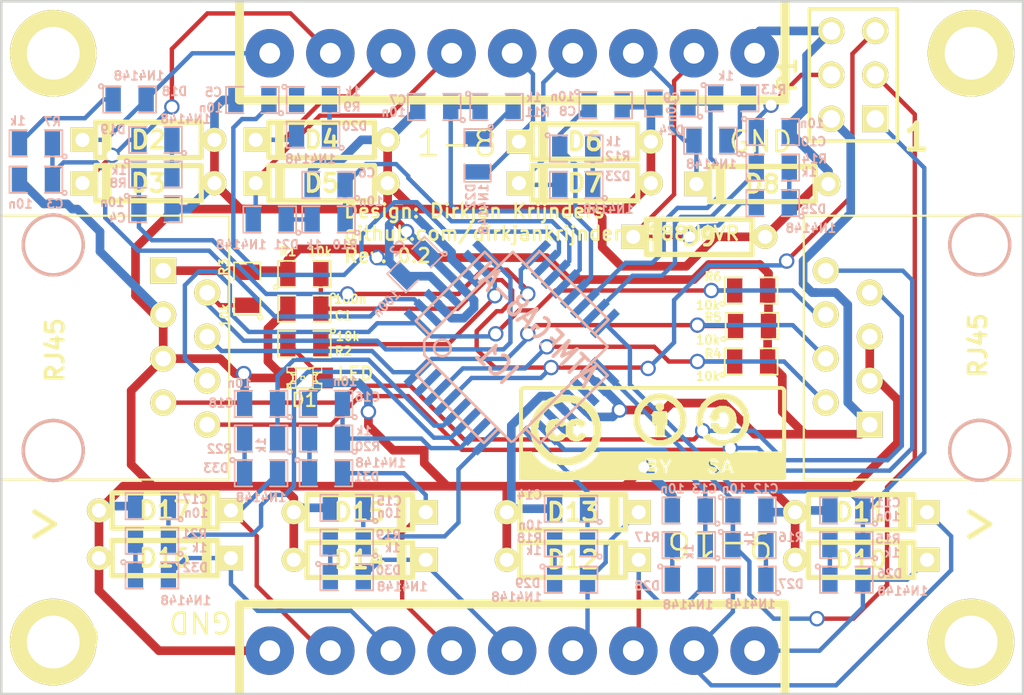
<source format=kicad_pcb>
(kicad_pcb (version 4) (host pcbnew 4.0.4-stable)
  (title_block (date "16 mar 2013"))
  (layers (0 F.Cu signal hide) (31 B.Cu signal hide) (34 B.Paste user) (35 F.Paste user hide) (36 B.SilkS user) (37 F.SilkS user) (38 B.Mask user) (39 F.Mask user hide) (44 Edge.Cuts user))
  (net 0 "")
  (net 1 /RAILDATA)
  (net 2 /S88CLOCK)
  (net 3 /S88LOAD)
  (net 4 /S88OUT)
  (net 5 /S88RST)
  (net 6 /TRACK1)
  (net 7 /TRACK10)
  (net 8 /TRACK11)
  (net 9 /TRACK12)
  (net 10 /TRACK13)
  (net 11 /TRACK14)
  (net 12 /TRACK15)
  (net 13 /TRACK16)
  (net 14 /TRACK2)
  (net 15 /TRACK3)
  (net 16 /TRACK4)
  (net 17 /TRACK5)
  (net 18 /TRACK6)
  (net 19 /TRACK7)
  (net 20 /TRACK8)
  (net 21 /TRACK9)
  (net 22 GND)
  (net 23 S88IN)
  (net 24 VCC)
  (net 25 "Net-(C1-Pad1)")
  (net 26 "Net-(D1-Pad1)")
  (net 27 "Net-(D18-Pad2)")
  (net 28 "Net-(D19-Pad2)")
  (net 29 "Net-(D20-Pad2)")
  (net 30 "Net-(D21-Pad2)")
  (net 31 "Net-(D22-Pad2)")
  (net 32 "Net-(D23-Pad2)")
  (net 33 "Net-(D24-Pad2)")
  (net 34 "Net-(D25-Pad2)")
  (net 35 "Net-(D10-Pad2)")
  (net 36 "Net-(D11-Pad2)")
  (net 37 "Net-(D12-Pad2)")
  (net 38 "Net-(D13-Pad2)")
  (net 39 "Net-(D14-Pad2)")
  (net 40 "Net-(D15-Pad2)")
  (net 41 "Net-(D16-Pad2)")
  (net 42 "Net-(D17-Pad2)")
  (net 43 "Net-(D18-Pad1)")
  (net 44 "Net-(D19-Pad1)")
  (net 45 "Net-(D20-Pad1)")
  (net 46 "Net-(D21-Pad1)")
  (net 47 "Net-(D22-Pad1)")
  (net 48 "Net-(D23-Pad1)")
  (net 49 "Net-(D24-Pad1)")
  (net 50 "Net-(D25-Pad1)")
  (net 51 "Net-(D26-Pad1)")
  (net 52 "Net-(D27-Pad1)")
  (net 53 "Net-(D28-Pad1)")
  (net 54 "Net-(D29-Pad1)")
  (net 55 "Net-(D30-Pad1)")
  (net 56 "Net-(D31-Pad1)")
  (net 57 "Net-(D32-Pad1)")
  (net 58 "Net-(D33-Pad1)")
  (net 59 "Net-(IC1-Pad7)")
  (net 60 "Net-(IC1-Pad19)")
  (net 61 "Net-(IC1-Pad20)")
  (net 62 "Net-(IC1-Pad22)")
  (net 63 "Net-(IC1-Pad31)")
  (module TQFP32 (layer B.Cu) (at 130 180 315)
    (fp_text reference IC1 (at 0 1.27 315) (layer B.SilkS) (effects (font (size 1.27 1.016) (thickness 0.2032)) (justify mirror)))
    (fp_text value ATMEGA8-AI (at 0 -1.905 315) (layer B.SilkS) (effects (font (size 1.27 1.016) (thickness 0.2032)) (justify mirror)))
    (pad 8 smd rect (at -4.81584 -2.77622 315) (size 1.99898 0.44958) (layers B.Cu B.Paste B.Mask) (net 23 S88IN))
    (pad 7 smd rect (at -4.81584 -1.97612 315) (size 1.99898 0.44958) (layers B.Cu B.Paste B.Mask) (net 59 "Net-(IC1-Pad7)"))
    (pad 6 smd rect (at -4.81584 -1.17602 315) (size 1.99898 0.44958) (layers B.Cu B.Paste B.Mask) (net 24 VCC))
    (pad 5 smd rect (at -4.81584 -0.37592 315) (size 1.99898 0.44958) (layers B.Cu B.Paste B.Mask) (net 22 GND))
    (pad 4 smd rect (at -4.81584 0.42418 315) (size 1.99898 0.44958) (layers B.Cu B.Paste B.Mask) (net 24 VCC))
    (pad 3 smd rect (at -4.81584 1.22428 315) (size 1.99898 0.44958) (layers B.Cu B.Paste B.Mask) (net 22 GND))
    (pad 2 smd rect (at -4.81584 2.02438 315) (size 1.99898 0.44958) (layers B.Cu B.Paste B.Mask) (net 6 /TRACK1))
    (pad 1 smd rect (at -4.81584 2.82448 315) (size 1.99898 0.44958) (layers B.Cu B.Paste B.Mask) (net 3 /S88LOAD))
    (pad 24 smd rect (at 4.7498 2.8194 315) (size 1.99898 0.44958) (layers B.Cu B.Paste B.Mask) (net 9 /TRACK12))
    (pad 17 smd rect (at 4.7498 -2.794 315) (size 1.99898 0.44958) (layers B.Cu B.Paste B.Mask) (net 7 /TRACK10))
    (pad 18 smd rect (at 4.7498 -1.9812 315) (size 1.99898 0.44958) (layers B.Cu B.Paste B.Mask) (net 24 VCC))
    (pad 19 smd rect (at 4.7498 -1.1684 315) (size 1.99898 0.44958) (layers B.Cu B.Paste B.Mask) (net 60 "Net-(IC1-Pad19)"))
    (pad 20 smd rect (at 4.7498 -0.381 315) (size 1.99898 0.44958) (layers B.Cu B.Paste B.Mask) (net 61 "Net-(IC1-Pad20)"))
    (pad 21 smd rect (at 4.7498 0.4318 315) (size 1.99898 0.44958) (layers B.Cu B.Paste B.Mask) (net 22 GND))
    (pad 22 smd rect (at 4.7498 1.2192 315) (size 1.99898 0.44958) (layers B.Cu B.Paste B.Mask) (net 62 "Net-(IC1-Pad22)"))
    (pad 23 smd rect (at 4.7498 2.032 315) (size 1.99898 0.44958) (layers B.Cu B.Paste B.Mask) (net 8 /TRACK11))
    (pad 32 smd rect (at -2.82448 4.826 315) (size 0.44958 1.99898) (layers B.Cu B.Paste B.Mask) (net 2 /S88CLOCK))
    (pad 31 smd rect (at -2.02692 4.826 315) (size 0.44958 1.99898) (layers B.Cu B.Paste B.Mask) (net 63 "Net-(IC1-Pad31)"))
    (pad 30 smd rect (at -1.22428 4.826 315) (size 0.44958 1.99898) (layers B.Cu B.Paste B.Mask) (net 4 /S88OUT))
    (pad 29 smd rect (at -0.42672 4.826 315) (size 0.44958 1.99898) (layers B.Cu B.Paste B.Mask) (net 25 "Net-(C1-Pad1)"))
    (pad 28 smd rect (at 0.37592 4.826 315) (size 0.44958 1.99898) (layers B.Cu B.Paste B.Mask) (net 13 /TRACK16))
    (pad 27 smd rect (at 1.17348 4.826 315) (size 0.44958 1.99898) (layers B.Cu B.Paste B.Mask) (net 12 /TRACK15))
    (pad 26 smd rect (at 1.97612 4.826 315) (size 0.44958 1.99898) (layers B.Cu B.Paste B.Mask) (net 11 /TRACK14))
    (pad 25 smd rect (at 2.77368 4.826 315) (size 0.44958 1.99898) (layers B.Cu B.Paste B.Mask) (net 10 /TRACK13))
    (pad 9 smd rect (at -2.8194 -4.7752 315) (size 0.44958 1.99898) (layers B.Cu B.Paste B.Mask) (net 14 /TRACK2))
    (pad 10 smd rect (at -2.032 -4.7752 315) (size 0.44958 1.99898) (layers B.Cu B.Paste B.Mask) (net 15 /TRACK3))
    (pad 11 smd rect (at -1.2192 -4.7752 315) (size 0.44958 1.99898) (layers B.Cu B.Paste B.Mask) (net 16 /TRACK4))
    (pad 12 smd rect (at -0.4318 -4.7752 315) (size 0.44958 1.99898) (layers B.Cu B.Paste B.Mask) (net 17 /TRACK5))
    (pad 13 smd rect (at 0.3556 -4.7752 315) (size 0.44958 1.99898) (layers B.Cu B.Paste B.Mask) (net 18 /TRACK6))
    (pad 14 smd rect (at 1.1684 -4.7752 315) (size 0.44958 1.99898) (layers B.Cu B.Paste B.Mask) (net 19 /TRACK7))
    (pad 15 smd rect (at 1.9812 -4.7752 315) (size 0.44958 1.99898) (layers B.Cu B.Paste B.Mask) (net 20 /TRACK8))
    (pad 16 smd rect (at 2.794 -4.7752 315) (size 0.44958 1.99898) (layers B.Cu B.Paste B.Mask) (net 21 /TRACK9))
  )
  (module SM0805 (layer B.Cu) (at 140.2 191.4 180)
    (fp_text reference R17 (at 2.4 0.45 180) (layer B.SilkS) (effects (font (size 0.50038 0.50038) (thickness 0.10922)) (justify mirror)))
    (fp_text value 1k (at 0 -0.381 270) (layer B.SilkS) (effects (font (size 0.50038 0.50038) (thickness 0.10922)) (justify mirror)))
    (pad 1 smd rect (at -0.9525 0 180) (size 0.889 1.397) (layers B.Cu B.Paste B.Mask) (net 8 /TRACK11))
    (pad 2 smd rect (at 0.9525 0 180) (size 0.889 1.397) (layers B.Cu B.Paste B.Mask) (net 53 "Net-(D28-Pad1)"))
  )
  (module SM0805 (layer B.Cu) (at 125.5 166.1 180)
    (fp_text reference C7 (at 2.1 0.4 180) (layer B.SilkS) (effects (font (size 0.50038 0.50038) (thickness 0.10922)) (justify mirror)))
    (fp_text value 10n (at 2.35 -0.3 180) (layer B.SilkS) (effects (font (size 0.50038 0.50038) (thickness 0.10922)) (justify mirror)))
    (pad 1 smd rect (at -0.9525 0 180) (size 0.889 1.397) (layers B.Cu B.Paste B.Mask) (net 17 /TRACK5))
    (pad 2 smd rect (at 0.9525 0 180) (size 0.889 1.397) (layers B.Cu B.Paste B.Mask) (net 22 GND))
  )
  (module SM0805 (layer B.Cu) (at 133.7 168.5)
    (fp_text reference R12 (at 2.4 0.45) (layer B.SilkS) (effects (font (size 0.50038 0.50038) (thickness 0.10922)) (justify mirror)))
    (fp_text value 1k (at 2.15 -0.4) (layer B.SilkS) (effects (font (size 0.50038 0.50038) (thickness 0.10922)) (justify mirror)))
    (pad 1 smd rect (at -0.9525 0) (size 0.889 1.397) (layers B.Cu B.Paste B.Mask) (net 18 /TRACK6))
    (pad 2 smd rect (at 0.9525 0) (size 0.889 1.397) (layers B.Cu B.Paste B.Mask) (net 48 "Net-(D23-Pad1)"))
  )
  (module SM0805 (layer B.Cu) (at 135.4 166)
    (fp_text reference C8 (at -2.2 0.35) (layer B.SilkS) (effects (font (size 0.50038 0.50038) (thickness 0.10922)) (justify mirror)))
    (fp_text value 10n (at -2.5 -0.5) (layer B.SilkS) (effects (font (size 0.50038 0.50038) (thickness 0.10922)) (justify mirror)))
    (pad 1 smd rect (at -0.9525 0) (size 0.889 1.397) (layers B.Cu B.Paste B.Mask) (net 18 /TRACK6))
    (pad 2 smd rect (at 0.9525 0) (size 0.889 1.397) (layers B.Cu B.Paste B.Mask) (net 22 GND))
  )
  (module SM0805 (layer B.Cu) (at 139.2 165.9 180)
    (fp_text reference C9 (at 0 0.3175 180) (layer B.SilkS) (effects (font (size 0.50038 0.50038) (thickness 0.10922)) (justify mirror)))
    (fp_text value 10n (at 0 -0.381 270) (layer B.SilkS) (effects (font (size 0.50038 0.50038) (thickness 0.10922)) (justify mirror)))
    (pad 1 smd rect (at -0.9525 0 180) (size 0.889 1.397) (layers B.Cu B.Paste B.Mask) (net 19 /TRACK7))
    (pad 2 smd rect (at 0.9525 0 180) (size 0.889 1.397) (layers B.Cu B.Paste B.Mask) (net 22 GND))
  )
  (module SM0805 (layer B.Cu) (at 145.05 169.6)
    (fp_text reference R14 (at 2.4 -0.5) (layer B.SilkS) (effects (font (size 0.50038 0.50038) (thickness 0.10922)) (justify mirror)))
    (fp_text value 1k (at 2.1 0.25) (layer B.SilkS) (effects (font (size 0.50038 0.50038) (thickness 0.10922)) (justify mirror)))
    (pad 1 smd rect (at -0.9525 0) (size 0.889 1.397) (layers B.Cu B.Paste B.Mask) (net 20 /TRACK8))
    (pad 2 smd rect (at 0.9525 0) (size 0.889 1.397) (layers B.Cu B.Paste B.Mask) (net 50 "Net-(D25-Pad1)"))
  )
  (module SM0805 (layer B.Cu) (at 145.05 167.55)
    (fp_text reference C10 (at 2.35 0.55) (layer B.SilkS) (effects (font (size 0.50038 0.50038) (thickness 0.10922)) (justify mirror)))
    (fp_text value 10n (at 2.25 -0.5) (layer B.SilkS) (effects (font (size 0.50038 0.50038) (thickness 0.10922)) (justify mirror)))
    (pad 1 smd rect (at -0.9525 0) (size 0.889 1.397) (layers B.Cu B.Paste B.Mask) (net 20 /TRACK8))
    (pad 2 smd rect (at 0.9525 0) (size 0.889 1.397) (layers B.Cu B.Paste B.Mask) (net 22 GND))
  )
  (module SM0805 (layer B.Cu) (at 149.3 191.4 180)
    (fp_text reference R15 (at -2.4 0.35 180) (layer B.SilkS) (effects (font (size 0.50038 0.50038) (thickness 0.10922)) (justify mirror)))
    (fp_text value 1k (at -2.65 -0.45 180) (layer B.SilkS) (effects (font (size 0.50038 0.50038) (thickness 0.10922)) (justify mirror)))
    (pad 1 smd rect (at -0.9525 0 180) (size 0.889 1.397) (layers B.Cu B.Paste B.Mask) (net 21 /TRACK9))
    (pad 2 smd rect (at 0.9525 0 180) (size 0.889 1.397) (layers B.Cu B.Paste B.Mask) (net 51 "Net-(D26-Pad1)"))
  )
  (module SM0805 (layer B.Cu) (at 149.3 189.4 180)
    (fp_text reference C11 (at -2.4 0.45 180) (layer B.SilkS) (effects (font (size 0.50038 0.50038) (thickness 0.10922)) (justify mirror)))
    (fp_text value 10n (at -2.4 -0.35 180) (layer B.SilkS) (effects (font (size 0.50038 0.50038) (thickness 0.10922)) (justify mirror)))
    (pad 1 smd rect (at -0.9525 0 180) (size 0.889 1.397) (layers B.Cu B.Paste B.Mask) (net 21 /TRACK9))
    (pad 2 smd rect (at 0.9525 0 180) (size 0.889 1.397) (layers B.Cu B.Paste B.Mask) (net 22 GND))
  )
  (module SM0805 (layer B.Cu) (at 143.7 191.4)
    (fp_text reference R16 (at 2.4 -0.45) (layer B.SilkS) (effects (font (size 0.50038 0.50038) (thickness 0.10922)) (justify mirror)))
    (fp_text value 1k (at 0 -0.381 90) (layer B.SilkS) (effects (font (size 0.50038 0.50038) (thickness 0.10922)) (justify mirror)))
    (pad 1 smd rect (at -0.9525 0) (size 0.889 1.397) (layers B.Cu B.Paste B.Mask) (net 7 /TRACK10))
    (pad 2 smd rect (at 0.9525 0) (size 0.889 1.397) (layers B.Cu B.Paste B.Mask) (net 52 "Net-(D27-Pad1)"))
  )
  (module SM0805 (layer B.Cu) (at 143.7 189.4)
    (fp_text reference C12 (at 0.95 -1.25) (layer B.SilkS) (effects (font (size 0.50038 0.50038) (thickness 0.10922)) (justify mirror)))
    (fp_text value 10n (at -0.9 -1.25) (layer B.SilkS) (effects (font (size 0.50038 0.50038) (thickness 0.10922)) (justify mirror)))
    (pad 1 smd rect (at -0.9525 0) (size 0.889 1.397) (layers B.Cu B.Paste B.Mask) (net 7 /TRACK10))
    (pad 2 smd rect (at 0.9525 0) (size 0.889 1.397) (layers B.Cu B.Paste B.Mask) (net 22 GND))
  )
  (module SM0805 (layer B.Cu) (at 142.7 165.6)
    (fp_text reference R13 (at 2.4 -0.5) (layer B.SilkS) (effects (font (size 0.50038 0.50038) (thickness 0.10922)) (justify mirror)))
    (fp_text value 1k (at -0.35 -1.3) (layer B.SilkS) (effects (font (size 0.50038 0.50038) (thickness 0.10922)) (justify mirror)))
    (pad 1 smd rect (at -0.9525 0) (size 0.889 1.397) (layers B.Cu B.Paste B.Mask) (net 19 /TRACK7))
    (pad 2 smd rect (at 0.9525 0) (size 0.889 1.397) (layers B.Cu B.Paste B.Mask) (net 49 "Net-(D24-Pad1)"))
  )
  (module SM0805 (layer B.Cu) (at 140.2 189.4 180)
    (fp_text reference C13 (at -0.9 1.25 180) (layer B.SilkS) (effects (font (size 0.50038 0.50038) (thickness 0.10922)) (justify mirror)))
    (fp_text value 10n (at 0.95 1.25 180) (layer B.SilkS) (effects (font (size 0.50038 0.50038) (thickness 0.10922)) (justify mirror)))
    (pad 1 smd rect (at -0.9525 0 180) (size 0.889 1.397) (layers B.Cu B.Paste B.Mask) (net 8 /TRACK11))
    (pad 2 smd rect (at 0.9525 0 180) (size 0.889 1.397) (layers B.Cu B.Paste B.Mask) (net 22 GND))
  )
  (module SM0805 (layer B.Cu) (at 133.4 191.3 180)
    (fp_text reference R18 (at 2.4 0.3 180) (layer B.SilkS) (effects (font (size 0.50038 0.50038) (thickness 0.10922)) (justify mirror)))
    (fp_text value 1k (at 2.15 -0.4 180) (layer B.SilkS) (effects (font (size 0.50038 0.50038) (thickness 0.10922)) (justify mirror)))
    (pad 1 smd rect (at -0.9525 0 180) (size 0.889 1.397) (layers B.Cu B.Paste B.Mask) (net 9 /TRACK12))
    (pad 2 smd rect (at 0.9525 0 180) (size 0.889 1.397) (layers B.Cu B.Paste B.Mask) (net 54 "Net-(D29-Pad1)"))
  )
  (module SM0805 (layer B.Cu) (at 133.4 189.3 180)
    (fp_text reference C14 (at 2.4 0.8 180) (layer B.SilkS) (effects (font (size 0.50038 0.50038) (thickness 0.10922)) (justify mirror)))
    (fp_text value 10n (at 2.35 -0.95 180) (layer B.SilkS) (effects (font (size 0.50038 0.50038) (thickness 0.10922)) (justify mirror)))
    (pad 1 smd rect (at -0.9525 0 180) (size 0.889 1.397) (layers B.Cu B.Paste B.Mask) (net 9 /TRACK12))
    (pad 2 smd rect (at 0.9525 0 180) (size 0.889 1.397) (layers B.Cu B.Paste B.Mask) (net 22 GND))
  )
  (module SM0805 (layer B.Cu) (at 120.45 191.25 180)
    (fp_text reference R19 (at -2.4 0.45 180) (layer B.SilkS) (effects (font (size 0.50038 0.50038) (thickness 0.10922)) (justify mirror)))
    (fp_text value 1k (at -2.65 -0.3 180) (layer B.SilkS) (effects (font (size 0.50038 0.50038) (thickness 0.10922)) (justify mirror)))
    (pad 1 smd rect (at -0.9525 0 180) (size 0.889 1.397) (layers B.Cu B.Paste B.Mask) (net 10 /TRACK13))
    (pad 2 smd rect (at 0.9525 0 180) (size 0.889 1.397) (layers B.Cu B.Paste B.Mask) (net 55 "Net-(D30-Pad1)"))
  )
  (module SM0805 (layer B.Cu) (at 120.45 189.25 180)
    (fp_text reference C15 (at -2.45 0.4 180) (layer B.SilkS) (effects (font (size 0.50038 0.50038) (thickness 0.10922)) (justify mirror)))
    (fp_text value 10n (at -2.45 -0.3 180) (layer B.SilkS) (effects (font (size 0.50038 0.50038) (thickness 0.10922)) (justify mirror)))
    (pad 1 smd rect (at -0.9525 0 180) (size 0.889 1.397) (layers B.Cu B.Paste B.Mask) (net 10 /TRACK13))
    (pad 2 smd rect (at 0.9525 0 180) (size 0.889 1.397) (layers B.Cu B.Paste B.Mask) (net 22 GND))
  )
  (module SM0805 (layer B.Cu) (at 119.25 185.25 180)
    (fp_text reference R20 (at -2.4 -0.45 180) (layer B.SilkS) (effects (font (size 0.50038 0.50038) (thickness 0.10922)) (justify mirror)))
    (fp_text value 1k (at -2.2 0.45 180) (layer B.SilkS) (effects (font (size 0.50038 0.50038) (thickness 0.10922)) (justify mirror)))
    (pad 1 smd rect (at -0.9525 0 180) (size 0.889 1.397) (layers B.Cu B.Paste B.Mask) (net 11 /TRACK14))
    (pad 2 smd rect (at 0.9525 0 180) (size 0.889 1.397) (layers B.Cu B.Paste B.Mask) (net 56 "Net-(D31-Pad1)"))
  )
  (module SM0805 (layer B.Cu) (at 119.25 183.25 180)
    (fp_text reference C16 (at -2.4 0.4 180) (layer B.SilkS) (effects (font (size 0.50038 0.50038) (thickness 0.10922)) (justify mirror)))
    (fp_text value 10n (at -1.1 1.3 180) (layer B.SilkS) (effects (font (size 0.50038 0.50038) (thickness 0.10922)) (justify mirror)))
    (pad 1 smd rect (at -0.9525 0 180) (size 0.889 1.397) (layers B.Cu B.Paste B.Mask) (net 11 /TRACK14))
    (pad 2 smd rect (at 0.9525 0 180) (size 0.889 1.397) (layers B.Cu B.Paste B.Mask) (net 22 GND))
  )
  (module SM0805 (layer B.Cu) (at 109.2 191.15 180)
    (fp_text reference R21 (at -2.45 0.4 180) (layer B.SilkS) (effects (font (size 0.50038 0.50038) (thickness 0.10922)) (justify mirror)))
    (fp_text value 1k (at -2.75 -0.4 180) (layer B.SilkS) (effects (font (size 0.50038 0.50038) (thickness 0.10922)) (justify mirror)))
    (pad 1 smd rect (at -0.9525 0 180) (size 0.889 1.397) (layers B.Cu B.Paste B.Mask) (net 12 /TRACK15))
    (pad 2 smd rect (at 0.9525 0 180) (size 0.889 1.397) (layers B.Cu B.Paste B.Mask) (net 57 "Net-(D32-Pad1)"))
  )
  (module SM0805 (layer B.Cu) (at 109.2 189.15 180)
    (fp_text reference C17 (at -2.5 0.4 180) (layer B.SilkS) (effects (font (size 0.50038 0.50038) (thickness 0.10922)) (justify mirror)))
    (fp_text value 10n (at -2.55 -0.4 180) (layer B.SilkS) (effects (font (size 0.50038 0.50038) (thickness 0.10922)) (justify mirror)))
    (pad 1 smd rect (at -0.9525 0 180) (size 0.889 1.397) (layers B.Cu B.Paste B.Mask) (net 12 /TRACK15))
    (pad 2 smd rect (at 0.9525 0 180) (size 0.889 1.397) (layers B.Cu B.Paste B.Mask) (net 22 GND))
  )
  (module SM0805 (layer B.Cu) (at 115.5 185.25 180)
    (fp_text reference R22 (at 2.4 -0.6 180) (layer B.SilkS) (effects (font (size 0.50038 0.50038) (thickness 0.10922)) (justify mirror)))
    (fp_text value 1k (at 0 -0.381 270) (layer B.SilkS) (effects (font (size 0.50038 0.50038) (thickness 0.10922)) (justify mirror)))
    (pad 1 smd rect (at -0.9525 0 180) (size 0.889 1.397) (layers B.Cu B.Paste B.Mask) (net 13 /TRACK16))
    (pad 2 smd rect (at 0.9525 0 180) (size 0.889 1.397) (layers B.Cu B.Paste B.Mask) (net 58 "Net-(D33-Pad1)"))
  )
  (module SM0805 (layer B.Cu) (at 115.5 183.25 180)
    (fp_text reference C18 (at 2.3 0.05 180) (layer B.SilkS) (effects (font (size 0.50038 0.50038) (thickness 0.10922)) (justify mirror)))
    (fp_text value 10n (at 1.25 1.2 180) (layer B.SilkS) (effects (font (size 0.50038 0.50038) (thickness 0.10922)) (justify mirror)))
    (pad 1 smd rect (at -0.9525 0 180) (size 0.889 1.397) (layers B.Cu B.Paste B.Mask) (net 13 /TRACK16))
    (pad 2 smd rect (at 0.9525 0 180) (size 0.889 1.397) (layers B.Cu B.Paste B.Mask) (net 22 GND))
  )
  (module SM0805 (layer B.Cu) (at 129.1 166.1)
    (fp_text reference R11 (at 2.35 0.3) (layer B.SilkS) (effects (font (size 0.50038 0.50038) (thickness 0.10922)) (justify mirror)))
    (fp_text value 1k (at 2.15 -0.55) (layer B.SilkS) (effects (font (size 0.50038 0.50038) (thickness 0.10922)) (justify mirror)))
    (pad 1 smd rect (at -0.9525 0) (size 0.889 1.397) (layers B.Cu B.Paste B.Mask) (net 17 /TRACK5))
    (pad 2 smd rect (at 0.9525 0) (size 0.889 1.397) (layers B.Cu B.Paste B.Mask) (net 47 "Net-(D22-Pad1)"))
  )
  (module SM0805 (layer F.Cu) (at 118 175.75)
    (fp_text reference R1 (at -0.95 -1.3) (layer F.SilkS) (effects (font (size 0.50038 0.50038) (thickness 0.10922))))
    (fp_text value 10k (at 0.9 -1.3) (layer F.SilkS) (effects (font (size 0.50038 0.50038) (thickness 0.10922))))
    (pad 1 smd rect (at -0.9525 0) (size 0.889 1.397) (layers F.Cu F.Paste F.Mask) (net 24 VCC))
    (pad 2 smd rect (at 0.9525 0) (size 0.889 1.397) (layers F.Cu F.Paste F.Mask) (net 25 "Net-(C1-Pad1)"))
  )
  (module SM0805 (layer F.Cu) (at 118 179.8 180)
    (fp_text reference R2 (at -2.25 -0.4 180) (layer F.SilkS) (effects (font (size 0.50038 0.50038) (thickness 0.10922))))
    (fp_text value 10k (at -2.5 0.45 180) (layer F.SilkS) (effects (font (size 0.50038 0.50038) (thickness 0.10922))))
    (pad 1 smd rect (at -0.9525 0 180) (size 0.889 1.397) (layers F.Cu F.Paste F.Mask) (net 59 "Net-(IC1-Pad7)"))
    (pad 2 smd rect (at 0.9525 0 180) (size 0.889 1.397) (layers F.Cu F.Paste F.Mask) (net 26 "Net-(D1-Pad1)"))
  )
  (module SM0805 (layer F.Cu) (at 118 177.75 180)
    (fp_text reference C1 (at -2.25 -0.4 180) (layer F.SilkS) (effects (font (size 0.50038 0.50038) (thickness 0.10922))))
    (fp_text value 100n (at -2.65 0.55 180) (layer F.SilkS) (effects (font (size 0.50038 0.50038) (thickness 0.10922))))
    (pad 1 smd rect (at -0.9525 0 180) (size 0.889 1.397) (layers F.Cu F.Paste F.Mask) (net 25 "Net-(C1-Pad1)"))
    (pad 2 smd rect (at 0.9525 0 180) (size 0.889 1.397) (layers F.Cu F.Paste F.Mask) (net 22 GND))
  )
  (module SM0805 (layer B.Cu) (at 124.4 175.2 225)
    (fp_text reference C2 (at 0.035355 1.378858 225) (layer B.SilkS) (effects (font (size 0.50038 0.50038) (thickness 0.10922)) (justify mirror)))
    (fp_text value 100n (at 2.757716 -0.424264 225) (layer B.SilkS) (effects (font (size 0.50038 0.50038) (thickness 0.10922)) (justify mirror)))
    (pad 1 smd rect (at -0.9525 0 225) (size 0.889 1.397) (layers B.Cu B.Paste B.Mask) (net 22 GND))
    (pad 2 smd rect (at 0.9525 0 225) (size 0.889 1.397) (layers B.Cu B.Paste B.Mask) (net 24 VCC))
  )
  (module SM0805 (layer F.Cu) (at 114.7 176.6 90)
    (fp_text reference R3 (at 1.25 -1.35 90) (layer F.SilkS) (effects (font (size 0.50038 0.50038) (thickness 0.10922))))
    (fp_text value 10k (at -1.55 -1.3 90) (layer F.SilkS) (effects (font (size 0.50038 0.50038) (thickness 0.10922))))
    (pad 1 smd rect (at -0.9525 0 90) (size 0.889 1.397) (layers F.Cu F.Paste F.Mask) (net 23 S88IN))
    (pad 2 smd rect (at 0.9525 0 90) (size 0.889 1.397) (layers F.Cu F.Paste F.Mask) (net 24 VCC))
  )
  (module SM0805 (layer F.Cu) (at 143.8 180.8)
    (fp_text reference R4 (at -2.2 -0.45) (layer F.SilkS) (effects (font (size 0.50038 0.50038) (thickness 0.10922))))
    (fp_text value 10k (at -2.5 0.85) (layer F.SilkS) (effects (font (size 0.50038 0.50038) (thickness 0.10922))))
    (pad 1 smd rect (at -0.9525 0) (size 0.889 1.397) (layers F.Cu F.Paste F.Mask) (net 4 /S88OUT))
    (pad 2 smd rect (at 0.9525 0) (size 0.889 1.397) (layers F.Cu F.Paste F.Mask) (net 24 VCC))
  )
  (module SM0805 (layer F.Cu) (at 143.85 178.75)
    (fp_text reference R5 (at -2.25 -0.5) (layer F.SilkS) (effects (font (size 0.50038 0.50038) (thickness 0.10922))))
    (fp_text value 10k (at -2.55 0.8) (layer F.SilkS) (effects (font (size 0.50038 0.50038) (thickness 0.10922))))
    (pad 1 smd rect (at -0.9525 0) (size 0.889 1.397) (layers F.Cu F.Paste F.Mask) (net 2 /S88CLOCK))
    (pad 2 smd rect (at 0.9525 0) (size 0.889 1.397) (layers F.Cu F.Paste F.Mask) (net 24 VCC))
  )
  (module SM0805 (layer F.Cu) (at 143.8 176.7)
    (fp_text reference R6 (at -2.2 -0.8) (layer F.SilkS) (effects (font (size 0.50038 0.50038) (thickness 0.10922))))
    (fp_text value 10k (at -2.5 0.85) (layer F.SilkS) (effects (font (size 0.50038 0.50038) (thickness 0.10922))))
    (pad 1 smd rect (at -0.9525 0) (size 0.889 1.397) (layers F.Cu F.Paste F.Mask) (net 3 /S88LOAD))
    (pad 2 smd rect (at 0.9525 0) (size 0.889 1.397) (layers F.Cu F.Paste F.Mask) (net 24 VCC))
  )
  (module SM0805 (layer B.Cu) (at 102.5 168.2 180)
    (fp_text reference R7 (at -0.95 1.25 180) (layer B.SilkS) (effects (font (size 0.50038 0.50038) (thickness 0.10922)) (justify mirror)))
    (fp_text value 1k (at 1.05 1.3 180) (layer B.SilkS) (effects (font (size 0.50038 0.50038) (thickness 0.10922)) (justify mirror)))
    (pad 1 smd rect (at -0.9525 0 180) (size 0.889 1.397) (layers B.Cu B.Paste B.Mask) (net 6 /TRACK1))
    (pad 2 smd rect (at 0.9525 0 180) (size 0.889 1.397) (layers B.Cu B.Paste B.Mask) (net 43 "Net-(D18-Pad1)"))
  )
  (module SM0805 (layer B.Cu) (at 102.5 170.3 180)
    (fp_text reference C3 (at -1.1 -1.4 180) (layer B.SilkS) (effects (font (size 0.50038 0.50038) (thickness 0.10922)) (justify mirror)))
    (fp_text value 10n (at 0.9 -1.4 180) (layer B.SilkS) (effects (font (size 0.50038 0.50038) (thickness 0.10922)) (justify mirror)))
    (pad 1 smd rect (at -0.9525 0 180) (size 0.889 1.397) (layers B.Cu B.Paste B.Mask) (net 6 /TRACK1))
    (pad 2 smd rect (at 0.9525 0 180) (size 0.889 1.397) (layers B.Cu B.Paste B.Mask) (net 22 GND))
  )
  (module SM0805 (layer B.Cu) (at 109.4 170)
    (fp_text reference R8 (at -2.15 0.5) (layer B.SilkS) (effects (font (size 0.50038 0.50038) (thickness 0.10922)) (justify mirror)))
    (fp_text value 1k (at -2.1 -0.25) (layer B.SilkS) (effects (font (size 0.50038 0.50038) (thickness 0.10922)) (justify mirror)))
    (pad 1 smd rect (at -0.9525 0) (size 0.889 1.397) (layers B.Cu B.Paste B.Mask) (net 14 /TRACK2))
    (pad 2 smd rect (at 0.9525 0) (size 0.889 1.397) (layers B.Cu B.Paste B.Mask) (net 44 "Net-(D19-Pad1)"))
  )
  (module SM0805 (layer B.Cu) (at 109.4 172)
    (fp_text reference C4 (at -2.2 0.5) (layer B.SilkS) (effects (font (size 0.50038 0.50038) (thickness 0.10922)) (justify mirror)))
    (fp_text value 10n (at -2.5 -0.4) (layer B.SilkS) (effects (font (size 0.50038 0.50038) (thickness 0.10922)) (justify mirror)))
    (pad 1 smd rect (at -0.9525 0) (size 0.889 1.397) (layers B.Cu B.Paste B.Mask) (net 14 /TRACK2))
    (pad 2 smd rect (at 0.9525 0) (size 0.889 1.397) (layers B.Cu B.Paste B.Mask) (net 22 GND))
  )
  (module SM0805 (layer B.Cu) (at 119.4 170.6 180)
    (fp_text reference C6 (at -2.2 0.7 180) (layer B.SilkS) (effects (font (size 0.50038 0.50038) (thickness 0.10922)) (justify mirror)))
    (fp_text value 10n (at -2.45 -0.95 180) (layer B.SilkS) (effects (font (size 0.50038 0.50038) (thickness 0.10922)) (justify mirror)))
    (pad 1 smd rect (at -0.9525 0 180) (size 0.889 1.397) (layers B.Cu B.Paste B.Mask) (net 16 /TRACK4))
    (pad 2 smd rect (at 0.9525 0 180) (size 0.889 1.397) (layers B.Cu B.Paste B.Mask) (net 22 GND))
  )
  (module SM0805 (layer B.Cu) (at 119.4 172.6 180)
    (fp_text reference R10 (at -0.95 -1.45 180) (layer B.SilkS) (effects (font (size 0.50038 0.50038) (thickness 0.10922)) (justify mirror)))
    (fp_text value 1k (at 0.85 -1.45 180) (layer B.SilkS) (effects (font (size 0.50038 0.50038) (thickness 0.10922)) (justify mirror)))
    (pad 1 smd rect (at -0.9525 0 180) (size 0.889 1.397) (layers B.Cu B.Paste B.Mask) (net 16 /TRACK4))
    (pad 2 smd rect (at 0.9525 0 180) (size 0.889 1.397) (layers B.Cu B.Paste B.Mask) (net 46 "Net-(D21-Pad1)"))
  )
  (module SM0805 (layer B.Cu) (at 115 165.7 180)
    (fp_text reference C5 (at 2.25 0.45 180) (layer B.SilkS) (effects (font (size 0.50038 0.50038) (thickness 0.10922)) (justify mirror)))
    (fp_text value 10n (at 2.4 -0.45 180) (layer B.SilkS) (effects (font (size 0.50038 0.50038) (thickness 0.10922)) (justify mirror)))
    (pad 1 smd rect (at -0.9525 0 180) (size 0.889 1.397) (layers B.Cu B.Paste B.Mask) (net 15 /TRACK3))
    (pad 2 smd rect (at 0.9525 0 180) (size 0.889 1.397) (layers B.Cu B.Paste B.Mask) (net 22 GND))
  )
  (module SM0805 (layer B.Cu) (at 118.5 165.7)
    (fp_text reference R9 (at 2.25 0.4) (layer B.SilkS) (effects (font (size 0.50038 0.50038) (thickness 0.10922)) (justify mirror)))
    (fp_text value 1k (at 2.3 -0.5) (layer B.SilkS) (effects (font (size 0.50038 0.50038) (thickness 0.10922)) (justify mirror)))
    (pad 1 smd rect (at -0.9525 0) (size 0.889 1.397) (layers B.Cu B.Paste B.Mask) (net 15 /TRACK3))
    (pad 2 smd rect (at 0.9525 0) (size 0.889 1.397) (layers B.Cu B.Paste B.Mask) (net 45 "Net-(D20-Pad1)"))
  )
  (module RJ45_8 (layer F.Cu) (at 103.5 180 270)
    (fp_text reference J1 (at 0.254 4.826 270) (layer F.SilkS) (effects (font (thickness 0.3048))))
    (fp_text value RJ45 (at 0.14224 -0.1016 270) (layer F.SilkS) (effects (font (size 1.00076 1.00076) (thickness 0.2032))))
    (pad Hole np_thru_hole circle (at 5.93852 0 270) (size 3.64998 3.64998) (drill 3.2512) (layers *.Cu *.SilkS *.Mask))
    (pad Hole np_thru_hole circle (at -5.9309 0 270) (size 3.64998 3.64998) (drill 3.2512) (layers *.Cu *.SilkS *.Mask))
    (pad 1 thru_hole rect (at -4.445 -6.35 270) (size 1.50114 1.50114) (drill 0.89916) (layers *.Cu *.Mask F.SilkS) (net 24 VCC))
    (pad 2 thru_hole circle (at -3.175 -8.89 270) (size 1.50114 1.50114) (drill 0.89916) (layers *.Cu *.Mask F.SilkS) (net 23 S88IN))
    (pad 3 thru_hole circle (at -1.905 -6.35 270) (size 1.50114 1.50114) (drill 0.89916) (layers *.Cu *.Mask F.SilkS) (net 22 GND))
    (pad 4 thru_hole circle (at -0.635 -8.89 270) (size 1.50114 1.50114) (drill 0.89916) (layers *.Cu *.Mask F.SilkS) (net 2 /S88CLOCK))
    (pad 5 thru_hole circle (at 0.635 -6.35 270) (size 1.50114 1.50114) (drill 0.89916) (layers *.Cu *.Mask F.SilkS) (net 22 GND))
    (pad 6 thru_hole circle (at 1.905 -8.89 270) (size 1.50114 1.50114) (drill 0.89916) (layers *.Cu *.Mask F.SilkS) (net 3 /S88LOAD))
    (pad 7 thru_hole circle (at 3.175 -6.35 270) (size 1.50114 1.50114) (drill 0.89916) (layers *.Cu *.Mask F.SilkS) (net 5 /S88RST))
    (pad 8 thru_hole circle (at 4.445 -8.89 270) (size 1.50114 1.50114) (drill 0.89916) (layers *.Cu *.Mask F.SilkS) (net 1 /RAILDATA))
  )
  (module RJ45_8 (layer F.Cu) (at 157 180 90)
    (fp_text reference J2 (at 0.254 4.826 90) (layer F.SilkS) (effects (font (thickness 0.3048))))
    (fp_text value RJ45 (at 0.14224 -0.1016 90) (layer F.SilkS) (effects (font (size 1.00076 1.00076) (thickness 0.2032))))
    (pad Hole np_thru_hole circle (at 5.93852 0 90) (size 3.64998 3.64998) (drill 3.2512) (layers *.Cu *.SilkS *.Mask))
    (pad Hole np_thru_hole circle (at -5.9309 0 90) (size 3.64998 3.64998) (drill 3.2512) (layers *.Cu *.SilkS *.Mask))
    (pad 1 thru_hole rect (at -4.445 -6.35 90) (size 1.50114 1.50114) (drill 0.89916) (layers *.Cu *.Mask F.SilkS) (net 24 VCC))
    (pad 2 thru_hole circle (at -3.175 -8.89 90) (size 1.50114 1.50114) (drill 0.89916) (layers *.Cu *.Mask F.SilkS) (net 4 /S88OUT))
    (pad 3 thru_hole circle (at -1.905 -6.35 90) (size 1.50114 1.50114) (drill 0.89916) (layers *.Cu *.Mask F.SilkS) (net 22 GND))
    (pad 4 thru_hole circle (at -0.635 -8.89 90) (size 1.50114 1.50114) (drill 0.89916) (layers *.Cu *.Mask F.SilkS) (net 2 /S88CLOCK))
    (pad 5 thru_hole circle (at 0.635 -6.35 90) (size 1.50114 1.50114) (drill 0.89916) (layers *.Cu *.Mask F.SilkS) (net 22 GND))
    (pad 6 thru_hole circle (at 1.905 -8.89 90) (size 1.50114 1.50114) (drill 0.89916) (layers *.Cu *.Mask F.SilkS) (net 3 /S88LOAD))
    (pad 7 thru_hole circle (at 3.175 -6.35 90) (size 1.50114 1.50114) (drill 0.89916) (layers *.Cu *.Mask F.SilkS) (net 5 /S88RST))
    (pad 8 thru_hole circle (at 4.445 -8.89 90) (size 1.50114 1.50114) (drill 0.89916) (layers *.Cu *.Mask F.SilkS) (net 1 /RAILDATA))
  )
  (module pin_array_3x2 (layer F.Cu) (at 149.7 164.25 90)
    (fp_text reference P1 (at 0 -3.81 90) (layer F.SilkS) (effects (font (size 1.016 1.016) (thickness 0.2032))))
    (fp_text value CONN_3X2 hide)
    (pad 1 thru_hole rect (at -2.54 1.27 90) (size 1.524 1.524) (drill 1.016) (layers *.Cu *.Mask F.SilkS) (net 21 /TRACK9))
    (pad 2 thru_hole circle (at -2.54 -1.27 90) (size 1.524 1.524) (drill 1.016) (layers *.Cu *.Mask F.SilkS) (net 24 VCC))
    (pad 3 thru_hole circle (at 0 1.27 90) (size 1.524 1.524) (drill 1.016) (layers *.Cu *.Mask F.SilkS) (net 7 /TRACK10))
    (pad 4 thru_hole circle (at 0 -1.27 90) (size 1.524 1.524) (drill 1.016) (layers *.Cu *.Mask F.SilkS) (net 20 /TRACK8))
    (pad 5 thru_hole circle (at 2.54 1.27 90) (size 1.524 1.524) (drill 1.016) (layers *.Cu *.Mask F.SilkS) (net 25 "Net-(C1-Pad1)"))
    (pad 6 thru_hole circle (at 2.54 -1.27 90) (size 1.524 1.524) (drill 1.016) (layers *.Cu *.Mask F.SilkS) (net 22 GND))
  )
  (module LED-0805 (layer F.Cu) (at 118 181.75 180)
    (fp_text reference D1 (at 0 -1.27 180) (layer F.SilkS) (effects (font (size 0.762 0.762) (thickness 0.127))))
    (fp_text value LED (at -2.95 0.25 180) (layer F.SilkS) (effects (font (size 0.762 0.762) (thickness 0.127))))
    (pad 1 smd rect (at -1.04902 0 180) (size 1.19888 1.19888) (layers F.Cu F.Paste F.Mask) (net 26 "Net-(D1-Pad1)"))
    (pad 2 smd rect (at 1.04902 0 180) (size 1.19888 1.19888) (layers F.Cu F.Paste F.Mask) (net 22 GND))
  )
  (module D3 (layer F.Cu) (at 119 168 180)
    (fp_text reference D4 (at 0 0 180) (layer F.SilkS) (effects (font (size 1.016 1.016) (thickness 0.2032))))
    (fp_text value 1N4004 hide)
    (pad 2 thru_hole rect (at 3.81 0 180) (size 1.397 1.397) (drill 0.8128) (layers *.Cu *.Mask F.SilkS) (net 29 "Net-(D20-Pad2)"))
    (pad 1 thru_hole circle (at -3.81 0 180) (size 1.397 1.397) (drill 0.8128) (layers *.Cu *.Mask F.SilkS) (net 22 GND))
  )
  (module D3 (layer F.Cu) (at 109.95 189.4)
    (fp_text reference D17 (at 0 0) (layer F.SilkS) (effects (font (size 1.016 1.016) (thickness 0.2032))))
    (fp_text value 1N4004 hide)
    (pad 2 thru_hole rect (at 3.81 0) (size 1.397 1.397) (drill 0.8128) (layers *.Cu *.Mask F.SilkS) (net 42 "Net-(D17-Pad2)"))
    (pad 1 thru_hole circle (at -3.81 0) (size 1.397 1.397) (drill 0.8128) (layers *.Cu *.Mask F.SilkS) (net 22 GND))
  )
  (module D3 (layer F.Cu) (at 119 170.5 180)
    (fp_text reference D5 (at 0 0 180) (layer F.SilkS) (effects (font (size 1.016 1.016) (thickness 0.2032))))
    (fp_text value 1N4004 hide)
    (pad 2 thru_hole rect (at 3.81 0 180) (size 1.397 1.397) (drill 0.8128) (layers *.Cu *.Mask F.SilkS) (net 30 "Net-(D21-Pad2)"))
    (pad 1 thru_hole circle (at -3.81 0 180) (size 1.397 1.397) (drill 0.8128) (layers *.Cu *.Mask F.SilkS) (net 22 GND))
  )
  (module D3 (layer F.Cu) (at 134.2 168.1 180)
    (fp_text reference D6 (at 0 0 180) (layer F.SilkS) (effects (font (size 1.016 1.016) (thickness 0.2032))))
    (fp_text value 1N4004 hide)
    (pad 2 thru_hole rect (at 3.81 0 180) (size 1.397 1.397) (drill 0.8128) (layers *.Cu *.Mask F.SilkS) (net 31 "Net-(D22-Pad2)"))
    (pad 1 thru_hole circle (at -3.81 0 180) (size 1.397 1.397) (drill 0.8128) (layers *.Cu *.Mask F.SilkS) (net 22 GND))
  )
  (module D3 (layer F.Cu) (at 109.95 192.15)
    (fp_text reference D16 (at 0 0) (layer F.SilkS) (effects (font (size 1.016 1.016) (thickness 0.2032))))
    (fp_text value 1N4004 hide)
    (pad 2 thru_hole rect (at 3.81 0) (size 1.397 1.397) (drill 0.8128) (layers *.Cu *.Mask F.SilkS) (net 41 "Net-(D16-Pad2)"))
    (pad 1 thru_hole circle (at -3.81 0) (size 1.397 1.397) (drill 0.8128) (layers *.Cu *.Mask F.SilkS) (net 22 GND))
  )
  (module D3 (layer F.Cu) (at 150.15 192.25)
    (fp_text reference D10 (at 0 0) (layer F.SilkS) (effects (font (size 1.016 1.016) (thickness 0.2032))))
    (fp_text value 1N4004 hide)
    (pad 2 thru_hole rect (at 3.81 0) (size 1.397 1.397) (drill 0.8128) (layers *.Cu *.Mask F.SilkS) (net 35 "Net-(D10-Pad2)"))
    (pad 1 thru_hole circle (at -3.81 0) (size 1.397 1.397) (drill 0.8128) (layers *.Cu *.Mask F.SilkS) (net 22 GND))
  )
  (module D3 (layer F.Cu) (at 109 168 180)
    (fp_text reference D2 (at 0 0 180) (layer F.SilkS) (effects (font (size 1.016 1.016) (thickness 0.2032))))
    (fp_text value 1N4004 hide)
    (pad 2 thru_hole rect (at 3.81 0 180) (size 1.397 1.397) (drill 0.8128) (layers *.Cu *.Mask F.SilkS) (net 27 "Net-(D18-Pad2)"))
    (pad 1 thru_hole circle (at -3.81 0 180) (size 1.397 1.397) (drill 0.8128) (layers *.Cu *.Mask F.SilkS) (net 22 GND))
  )
  (module D3 (layer F.Cu) (at 121.2 189.5)
    (fp_text reference D15 (at 0 0) (layer F.SilkS) (effects (font (size 1.016 1.016) (thickness 0.2032))))
    (fp_text value 1N4004 hide)
    (pad 2 thru_hole rect (at 3.81 0) (size 1.397 1.397) (drill 0.8128) (layers *.Cu *.Mask F.SilkS) (net 40 "Net-(D15-Pad2)"))
    (pad 1 thru_hole circle (at -3.81 0) (size 1.397 1.397) (drill 0.8128) (layers *.Cu *.Mask F.SilkS) (net 22 GND))
  )
  (module D3 (layer F.Cu) (at 134.2 170.5 180)
    (fp_text reference D7 (at 0 0 180) (layer F.SilkS) (effects (font (size 1.016 1.016) (thickness 0.2032))))
    (fp_text value 1N4004 hide)
    (pad 2 thru_hole rect (at 3.81 0 180) (size 1.397 1.397) (drill 0.8128) (layers *.Cu *.Mask F.SilkS) (net 32 "Net-(D23-Pad2)"))
    (pad 1 thru_hole circle (at -3.81 0 180) (size 1.397 1.397) (drill 0.8128) (layers *.Cu *.Mask F.SilkS) (net 22 GND))
  )
  (module D3 (layer F.Cu) (at 109 170.5 180)
    (fp_text reference D3 (at 0 0 180) (layer F.SilkS) (effects (font (size 1.016 1.016) (thickness 0.2032))))
    (fp_text value 1N4004 hide)
    (pad 2 thru_hole rect (at 3.81 0 180) (size 1.397 1.397) (drill 0.8128) (layers *.Cu *.Mask F.SilkS) (net 28 "Net-(D19-Pad2)"))
    (pad 1 thru_hole circle (at -3.81 0 180) (size 1.397 1.397) (drill 0.8128) (layers *.Cu *.Mask F.SilkS) (net 22 GND))
  )
  (module D3 (layer F.Cu) (at 121.2 192.25)
    (fp_text reference D14 (at 0 0) (layer F.SilkS) (effects (font (size 1.016 1.016) (thickness 0.2032))))
    (fp_text value 1N4004 hide)
    (pad 2 thru_hole rect (at 3.81 0) (size 1.397 1.397) (drill 0.8128) (layers *.Cu *.Mask F.SilkS) (net 39 "Net-(D14-Pad2)"))
    (pad 1 thru_hole circle (at -3.81 0) (size 1.397 1.397) (drill 0.8128) (layers *.Cu *.Mask F.SilkS) (net 22 GND))
  )
  (module D3 (layer F.Cu) (at 140.8 173.6 180)
    (fp_text reference D9 (at 0 0 180) (layer F.SilkS) (effects (font (size 1.016 1.016) (thickness 0.2032))))
    (fp_text value 1N4004 hide)
    (pad 2 thru_hole rect (at 3.81 0 180) (size 1.397 1.397) (drill 0.8128) (layers *.Cu *.Mask F.SilkS) (net 34 "Net-(D25-Pad2)"))
    (pad 1 thru_hole circle (at -3.81 0 180) (size 1.397 1.397) (drill 0.8128) (layers *.Cu *.Mask F.SilkS) (net 22 GND))
  )
  (module D3 (layer F.Cu) (at 144.45 170.55 180)
    (fp_text reference D8 (at 0 0 180) (layer F.SilkS) (effects (font (size 1.016 1.016) (thickness 0.2032))))
    (fp_text value 1N4004 hide)
    (pad 2 thru_hole rect (at 3.81 0 180) (size 1.397 1.397) (drill 0.8128) (layers *.Cu *.Mask F.SilkS) (net 33 "Net-(D24-Pad2)"))
    (pad 1 thru_hole circle (at -3.81 0 180) (size 1.397 1.397) (drill 0.8128) (layers *.Cu *.Mask F.SilkS) (net 22 GND))
  )
  (module D3 (layer F.Cu) (at 133.5 189.5)
    (fp_text reference D13 (at 0 0) (layer F.SilkS) (effects (font (size 1.016 1.016) (thickness 0.2032))))
    (fp_text value 1N4004 hide)
    (pad 2 thru_hole rect (at 3.81 0) (size 1.397 1.397) (drill 0.8128) (layers *.Cu *.Mask F.SilkS) (net 38 "Net-(D13-Pad2)"))
    (pad 1 thru_hole circle (at -3.81 0) (size 1.397 1.397) (drill 0.8128) (layers *.Cu *.Mask F.SilkS) (net 22 GND))
  )
  (module D3 (layer F.Cu) (at 150.15 189.5)
    (fp_text reference D11 (at 0 0) (layer F.SilkS) (effects (font (size 1.016 1.016) (thickness 0.2032))))
    (fp_text value 1N4004 hide)
    (pad 2 thru_hole rect (at 3.81 0) (size 1.397 1.397) (drill 0.8128) (layers *.Cu *.Mask F.SilkS) (net 36 "Net-(D11-Pad2)"))
    (pad 1 thru_hole circle (at -3.81 0) (size 1.397 1.397) (drill 0.8128) (layers *.Cu *.Mask F.SilkS) (net 22 GND))
  )
  (module D3 (layer F.Cu) (at 133.5 192.25)
    (fp_text reference D12 (at 0 0) (layer F.SilkS) (effects (font (size 1.016 1.016) (thickness 0.2032))))
    (fp_text value 1N4004 hide)
    (pad 2 thru_hole rect (at 3.81 0) (size 1.397 1.397) (drill 0.8128) (layers *.Cu *.Mask F.SilkS) (net 37 "Net-(D12-Pad2)"))
    (pad 1 thru_hole circle (at -3.81 0) (size 1.397 1.397) (drill 0.8128) (layers *.Cu *.Mask F.SilkS) (net 22 GND))
  )
  (module SM0805 (layer B.Cu) (at 107.91 165.67)
    (fp_text reference D18 (at 2.59 -0.47) (layer B.SilkS) (effects (font (size 0.50038 0.50038) (thickness 0.10922)) (justify mirror)))
    (fp_text value 1N4148 (at 0.54 -1.37) (layer B.SilkS) (effects (font (size 0.50038 0.50038) (thickness 0.10922)) (justify mirror)))
    (pad 1 smd rect (at -0.9525 0) (size 0.889 1.397) (layers B.Cu B.Paste B.Mask) (net 43 "Net-(D18-Pad1)"))
    (pad 2 smd rect (at 0.9525 0) (size 0.889 1.397) (layers B.Cu B.Paste B.Mask) (net 27 "Net-(D18-Pad2)"))
  )
  (module SM0805 (layer B.Cu) (at 109.4 168 180)
    (fp_text reference D19 (at 2.45 0.6 180) (layer B.SilkS) (effects (font (size 0.50038 0.50038) (thickness 0.10922)) (justify mirror)))
    (fp_text value 1N4148 (at -1.75 1.2 180) (layer B.SilkS) (effects (font (size 0.50038 0.50038) (thickness 0.10922)) (justify mirror)))
    (pad 1 smd rect (at -0.9525 0 180) (size 0.889 1.397) (layers B.Cu B.Paste B.Mask) (net 44 "Net-(D19-Pad1)"))
    (pad 2 smd rect (at 0.9525 0 180) (size 0.889 1.397) (layers B.Cu B.Paste B.Mask) (net 28 "Net-(D19-Pad2)"))
  )
  (module SM0805 (layer B.Cu) (at 118.5 167.7 180)
    (fp_text reference D20 (at -2.4 0.5 180) (layer B.SilkS) (effects (font (size 0.50038 0.50038) (thickness 0.10922)) (justify mirror)))
    (fp_text value 1N4148 (at 0.15 -1.4 180) (layer B.SilkS) (effects (font (size 0.50038 0.50038) (thickness 0.10922)) (justify mirror)))
    (pad 1 smd rect (at -0.9525 0 180) (size 0.889 1.397) (layers B.Cu B.Paste B.Mask) (net 45 "Net-(D20-Pad1)"))
    (pad 2 smd rect (at 0.9525 0 180) (size 0.889 1.397) (layers B.Cu B.Paste B.Mask) (net 29 "Net-(D20-Pad2)"))
  )
  (module SM0805 (layer B.Cu) (at 116 172.6 180)
    (fp_text reference D21 (at -0.95 -1.45 180) (layer B.SilkS) (effects (font (size 0.50038 0.50038) (thickness 0.10922)) (justify mirror)))
    (fp_text value 1N4148 (at 1.65 -1.45 180) (layer B.SilkS) (effects (font (size 0.50038 0.50038) (thickness 0.10922)) (justify mirror)))
    (pad 1 smd rect (at -0.9525 0 180) (size 0.889 1.397) (layers B.Cu B.Paste B.Mask) (net 46 "Net-(D21-Pad1)"))
    (pad 2 smd rect (at 0.9525 0 180) (size 0.889 1.397) (layers B.Cu B.Paste B.Mask) (net 30 "Net-(D21-Pad2)"))
  )
  (module SM0805 (layer B.Cu) (at 128 168.9 270)
    (fp_text reference D22 (at 2.35 0.4 270) (layer B.SilkS) (effects (font (size 0.50038 0.50038) (thickness 0.10922)) (justify mirror)))
    (fp_text value 1N4148 (at 3.1 -0.35 270) (layer B.SilkS) (effects (font (size 0.50038 0.50038) (thickness 0.10922)) (justify mirror)))
    (pad 1 smd rect (at -0.9525 0 270) (size 0.889 1.397) (layers B.Cu B.Paste B.Mask) (net 47 "Net-(D22-Pad1)"))
    (pad 2 smd rect (at 0.9525 0 270) (size 0.889 1.397) (layers B.Cu B.Paste B.Mask) (net 31 "Net-(D22-Pad2)"))
  )
  (module SM0805 (layer B.Cu) (at 133.7 170.6 180)
    (fp_text reference D23 (at -2.4 0.5 180) (layer B.SilkS) (effects (font (size 0.50038 0.50038) (thickness 0.10922)) (justify mirror)))
    (fp_text value 1N4148 (at -1.85 -1.4 180) (layer B.SilkS) (effects (font (size 0.50038 0.50038) (thickness 0.10922)) (justify mirror)))
    (pad 1 smd rect (at -0.9525 0 180) (size 0.889 1.397) (layers B.Cu B.Paste B.Mask) (net 48 "Net-(D23-Pad1)"))
    (pad 2 smd rect (at 0.9525 0 180) (size 0.889 1.397) (layers B.Cu B.Paste B.Mask) (net 32 "Net-(D23-Pad2)"))
  )
  (module SM0805 (layer B.Cu) (at 141.45 168.05 180)
    (fp_text reference D24 (at 2.25 0.6 180) (layer B.SilkS) (effects (font (size 0.50038 0.50038) (thickness 0.10922)) (justify mirror)))
    (fp_text value 1N4148 (at -0.05 -1.35 180) (layer B.SilkS) (effects (font (size 0.50038 0.50038) (thickness 0.10922)) (justify mirror)))
    (pad 1 smd rect (at -0.9525 0 180) (size 0.889 1.397) (layers B.Cu B.Paste B.Mask) (net 49 "Net-(D24-Pad1)"))
    (pad 2 smd rect (at 0.9525 0 180) (size 0.889 1.397) (layers B.Cu B.Paste B.Mask) (net 33 "Net-(D24-Pad2)"))
  )
  (module SM0805 (layer B.Cu) (at 145.05 171.65 180)
    (fp_text reference D25 (at -2.35 -0.35 180) (layer B.SilkS) (effects (font (size 0.50038 0.50038) (thickness 0.10922)) (justify mirror)))
    (fp_text value 1N4148 (at -2.2 -1.45 180) (layer B.SilkS) (effects (font (size 0.50038 0.50038) (thickness 0.10922)) (justify mirror)))
    (pad 1 smd rect (at -0.9525 0 180) (size 0.889 1.397) (layers B.Cu B.Paste B.Mask) (net 50 "Net-(D25-Pad1)"))
    (pad 2 smd rect (at 0.9525 0 180) (size 0.889 1.397) (layers B.Cu B.Paste B.Mask) (net 34 "Net-(D25-Pad2)"))
  )
  (module SM0805 (layer B.Cu) (at 115.5 187.25)
    (fp_text reference D33 (at -2.6 -0.3) (layer B.SilkS) (effects (font (size 0.50038 0.50038) (thickness 0.10922)) (justify mirror)))
    (fp_text value 1N4148 (at 0 1.4) (layer B.SilkS) (effects (font (size 0.50038 0.50038) (thickness 0.10922)) (justify mirror)))
    (pad 1 smd rect (at -0.9525 0) (size 0.889 1.397) (layers B.Cu B.Paste B.Mask) (net 58 "Net-(D33-Pad1)"))
    (pad 2 smd rect (at 0.9525 0) (size 0.889 1.397) (layers B.Cu B.Paste B.Mask) (net 42 "Net-(D17-Pad2)"))
  )
  (module SM0805 (layer B.Cu) (at 109.2 193.15)
    (fp_text reference D32 (at 2.5 -0.45) (layer B.SilkS) (effects (font (size 0.50038 0.50038) (thickness 0.10922)) (justify mirror)))
    (fp_text value 1N4148 (at 1.95 1.45) (layer B.SilkS) (effects (font (size 0.50038 0.50038) (thickness 0.10922)) (justify mirror)))
    (pad 1 smd rect (at -0.9525 0) (size 0.889 1.397) (layers B.Cu B.Paste B.Mask) (net 57 "Net-(D32-Pad1)"))
    (pad 2 smd rect (at 0.9525 0) (size 0.889 1.397) (layers B.Cu B.Paste B.Mask) (net 41 "Net-(D16-Pad2)"))
  )
  (module SM0805 (layer B.Cu) (at 119.25 187.25)
    (fp_text reference D31 (at 2.35 0.2) (layer B.SilkS) (effects (font (size 0.50038 0.50038) (thickness 0.10922)) (justify mirror)))
    (fp_text value 1N4148 (at 3.15 -0.6) (layer B.SilkS) (effects (font (size 0.50038 0.50038) (thickness 0.10922)) (justify mirror)))
    (pad 1 smd rect (at -0.9525 0) (size 0.889 1.397) (layers B.Cu B.Paste B.Mask) (net 56 "Net-(D31-Pad1)"))
    (pad 2 smd rect (at 0.9525 0) (size 0.889 1.397) (layers B.Cu B.Paste B.Mask) (net 40 "Net-(D15-Pad2)"))
  )
  (module SM0805 (layer B.Cu) (at 120.45 193.25)
    (fp_text reference D30 (at 2.4 -0.4) (layer B.SilkS) (effects (font (size 0.50038 0.50038) (thickness 0.10922)) (justify mirror)))
    (fp_text value 1N4148 (at 3.2 0.55) (layer B.SilkS) (effects (font (size 0.50038 0.50038) (thickness 0.10922)) (justify mirror)))
    (pad 1 smd rect (at -0.9525 0) (size 0.889 1.397) (layers B.Cu B.Paste B.Mask) (net 55 "Net-(D30-Pad1)"))
    (pad 2 smd rect (at 0.9525 0) (size 0.889 1.397) (layers B.Cu B.Paste B.Mask) (net 39 "Net-(D14-Pad2)"))
  )
  (module SM0805 (layer B.Cu) (at 133.4 193.4)
    (fp_text reference D29 (at -2.5 0.2) (layer B.SilkS) (effects (font (size 0.50038 0.50038) (thickness 0.10922)) (justify mirror)))
    (fp_text value 1N4148 (at -3.15 1) (layer B.SilkS) (effects (font (size 0.50038 0.50038) (thickness 0.10922)) (justify mirror)))
    (pad 1 smd rect (at -0.9525 0) (size 0.889 1.397) (layers B.Cu B.Paste B.Mask) (net 54 "Net-(D29-Pad1)"))
    (pad 2 smd rect (at 0.9525 0) (size 0.889 1.397) (layers B.Cu B.Paste B.Mask) (net 38 "Net-(D13-Pad2)"))
  )
  (module SM0805 (layer B.Cu) (at 140.2 193.4)
    (fp_text reference D28 (at -2.4 0.35) (layer B.SilkS) (effects (font (size 0.50038 0.50038) (thickness 0.10922)) (justify mirror)))
    (fp_text value 1N4148 (at -0.05 1.45) (layer B.SilkS) (effects (font (size 0.50038 0.50038) (thickness 0.10922)) (justify mirror)))
    (pad 1 smd rect (at -0.9525 0) (size 0.889 1.397) (layers B.Cu B.Paste B.Mask) (net 53 "Net-(D28-Pad1)"))
    (pad 2 smd rect (at 0.9525 0) (size 0.889 1.397) (layers B.Cu B.Paste B.Mask) (net 37 "Net-(D12-Pad2)"))
  )
  (module SM0805 (layer B.Cu) (at 143.7 193.4 180)
    (fp_text reference D27 (at -2.4 -0.25 180) (layer B.SilkS) (effects (font (size 0.50038 0.50038) (thickness 0.10922)) (justify mirror)))
    (fp_text value 1N4148 (at -0.05 -1.4 180) (layer B.SilkS) (effects (font (size 0.50038 0.50038) (thickness 0.10922)) (justify mirror)))
    (pad 1 smd rect (at -0.9525 0 180) (size 0.889 1.397) (layers B.Cu B.Paste B.Mask) (net 52 "Net-(D27-Pad1)"))
    (pad 2 smd rect (at 0.9525 0 180) (size 0.889 1.397) (layers B.Cu B.Paste B.Mask) (net 36 "Net-(D11-Pad2)"))
  )
  (module SM0805 (layer B.Cu) (at 149.3 193.4)
    (fp_text reference D26 (at 2.5 -0.35) (layer B.SilkS) (effects (font (size 0.50038 0.50038) (thickness 0.10922)) (justify mirror)))
    (fp_text value 1N4148 (at 3.25 0.65) (layer B.SilkS) (effects (font (size 0.50038 0.50038) (thickness 0.10922)) (justify mirror)))
    (pad 1 smd rect (at -0.9525 0) (size 0.889 1.397) (layers B.Cu B.Paste B.Mask) (net 51 "Net-(D26-Pad1)"))
    (pad 2 smd rect (at 0.9525 0) (size 0.889 1.397) (layers B.Cu B.Paste B.Mask) (net 35 "Net-(D10-Pad2)"))
  )
  (module dp_devices-CC-BY-SA (layer F.Cu) (at 130.45 187.6)
    (fp_text reference "" (at 0 0) (layer F.SilkS) (effects (font (size 0.0004 0.0004) (thickness 0.00012))))
    (fp_text value "" (at 0 0) (layer F.SilkS) (effects (font (size 0.0004 0.0004) (thickness 0.00012))))
  )
  (module "M3 Standoff" (layer F.Cu) (at 103.5 197)
    (fp_text reference "" (at 0 -3.048) (layer F.SilkS) (effects (font (size 1.016 1.016) (thickness 0.254))))
    (fp_text value "" hide)
    (pad 1 thru_hole circle (at 0 0) (size 5.00126 5.00126) (drill 3.048) (layers *.Cu *.Mask F.SilkS) (clearance 1.00076))
  )
  (module "M3 Standoff" (layer F.Cu) (at 156.5 197)
    (fp_text reference "" (at 0 -3.048) (layer F.SilkS) (effects (font (size 1.016 1.016) (thickness 0.254))))
    (fp_text value "" hide)
    (pad 1 thru_hole circle (at 0 0) (size 5.00126 5.00126) (drill 3.048) (layers *.Cu *.Mask F.SilkS) (clearance 1.00076))
  )
  (module "M3 Standoff" (layer F.Cu) (at 156.5 163)
    (fp_text reference "" (at 0 -3.048) (layer F.SilkS) (effects (font (size 1.016 1.016) (thickness 0.254))))
    (fp_text value "" hide)
    (pad 1 thru_hole circle (at 0 0) (size 5.00126 5.00126) (drill 3.048) (layers *.Cu *.Mask F.SilkS) (clearance 1.00076))
  )
  (module "M3 Standoff" (layer F.Cu) (at 103.5 163)
    (fp_text reference "" (at 0 -3.048) (layer F.SilkS) (effects (font (size 1.016 1.016) (thickness 0.254))))
    (fp_text value "" hide)
    (pad 1 thru_hole circle (at 0 0) (size 5.00126 5.00126) (drill 3.048) (layers *.Cu *.Mask F.SilkS) (clearance 1.00076))
  )
  (module 9PIN_SC_RM3.5 (layer F.Cu) (at 130 163)
    (fp_text reference P2)
    (fp_text value CONN_8 hide)
    (pad 1 thru_hole oval (at -13.99794 0) (size 2.79908 2.79908) (drill 1.19888) (layers *.Cu *.Paste *.Mask) (net 27 "Net-(D18-Pad2)"))
    (pad 2 thru_hole oval (at -10.49782 0) (size 2.80162 2.79908) (drill 1.20142) (layers *.Cu *.Paste *.Mask) (net 28 "Net-(D19-Pad2)"))
    (pad 3 thru_hole oval (at -6.9977 0) (size 2.80162 2.79908) (drill 1.20142) (layers *.Cu *.Paste *.Mask) (net 29 "Net-(D20-Pad2)"))
    (pad 4 thru_hole oval (at -3.49758 0) (size 2.80162 2.79908) (drill 1.20142) (layers *.Cu *.Paste *.Mask) (net 30 "Net-(D21-Pad2)"))
    (pad 5 thru_hole oval (at 0 0) (size 2.79908 2.79908) (drill 1.19888) (layers *.Cu *.Paste *.Mask) (net 31 "Net-(D22-Pad2)"))
    (pad 6 thru_hole oval (at 3.49758 0) (size 2.80162 2.79908) (drill 1.20142) (layers *.Cu *.Paste *.Mask) (net 32 "Net-(D23-Pad2)"))
    (pad 7 thru_hole oval (at 6.9977 0) (size 2.80162 2.79908) (drill 1.20142) (layers *.Cu *.Paste *.Mask) (net 33 "Net-(D24-Pad2)"))
    (pad 8 thru_hole oval (at 10.49782 0) (size 2.80162 2.79908) (drill 1.20142) (layers *.Cu *.Paste *.Mask) (net 34 "Net-(D25-Pad2)"))
    (pad 9 thru_hole oval (at 13.99794 0) (size 2.79908 2.79908) (drill 1.19888) (layers *.Cu *.Paste *.Mask) (net 22 GND))
  )
  (module 9PIN_SC_RM3.5 (layer F.Cu) (at 130 197.5 180)
    (fp_text reference P3)
    (fp_text value CONN_8 hide)
    (pad 1 thru_hole oval (at -13.99794 0 180) (size 2.79908 2.79908) (drill 1.19888) (layers *.Cu *.Paste *.Mask) (net 35 "Net-(D10-Pad2)"))
    (pad 2 thru_hole oval (at -10.49782 0 180) (size 2.80162 2.79908) (drill 1.20142) (layers *.Cu *.Paste *.Mask) (net 36 "Net-(D11-Pad2)"))
    (pad 3 thru_hole oval (at -6.9977 0 180) (size 2.80162 2.79908) (drill 1.20142) (layers *.Cu *.Paste *.Mask) (net 37 "Net-(D12-Pad2)"))
    (pad 4 thru_hole oval (at -3.49758 0 180) (size 2.80162 2.79908) (drill 1.20142) (layers *.Cu *.Paste *.Mask) (net 38 "Net-(D13-Pad2)"))
    (pad 5 thru_hole oval (at 0 0 180) (size 2.79908 2.79908) (drill 1.19888) (layers *.Cu *.Paste *.Mask) (net 39 "Net-(D14-Pad2)"))
    (pad 6 thru_hole oval (at 3.49758 0 180) (size 2.80162 2.79908) (drill 1.20142) (layers *.Cu *.Paste *.Mask) (net 40 "Net-(D15-Pad2)"))
    (pad 7 thru_hole oval (at 6.9977 0 180) (size 2.80162 2.79908) (drill 1.20142) (layers *.Cu *.Paste *.Mask) (net 41 "Net-(D16-Pad2)"))
    (pad 8 thru_hole oval (at 10.49782 0 180) (size 2.80162 2.79908) (drill 1.20142) (layers *.Cu *.Paste *.Mask) (net 42 "Net-(D17-Pad2)"))
    (pad 9 thru_hole oval (at 13.99794 0 180) (size 2.79908 2.79908) (drill 1.19888) (layers *.Cu *.Paste *.Mask) (net 22 GND))
  )
  (gr_text GND (at 112 195.85 180) (layer F.SilkS) (effects (font (size 1.2 1.2))))
  (gr_text > (at 103 190) (layer F.SilkS) (effects (font (size 2.5 1.5) (thickness 0.3))))
  (gr_text > (at 157 190) (layer F.SilkS) (effects (font (size 2.5 1.5) (thickness 0.3))))
  (gr_text GND (at 104 196.7 180) (layer F.SilkS) (effects (font (size 1.5 1.5))))
  (gr_text 9-16 (at 142 191.4 180) (layer F.SilkS) (effects (font (size 1.5 1.5))))
  (gr_text 1-8 (at 126.8 168.2) (layer F.SilkS) (effects (font (size 1.5 1.5))))
  (gr_text GND (at 144.35 168.1) (layer F.SilkS) (effects (font (size 1.2 1.2))))
  (gr_text 1 (at 153.35 167.85) (layer F.SilkS) (effects (font (size 1.5 1.5) (thickness 0.3))))
  (gr_text "Design: Dirkjan Krijnders\ngithub.com/dirkjankrijnders/S88NAVR\nRev. 0.2" (at 120.2 173.4) (layer F.SilkS) (effects (font (size 0.8 0.8)) (justify left)))
  (gr_line (start 159.5 200) (end 159.5 160) (angle 90) (layer Edge.Cuts) (width 0.15))
  (gr_line (start 159.5 160) (end 100.5 160) (angle 90) (layer Edge.Cuts) (width 0.15))
  (gr_line (start 100.5 160) (end 100.5 200) (angle 90) (layer Edge.Cuts) (width 0.15))
  (gr_line (start 100.5 200) (end 159.5 200) (angle 90) (layer Edge.Cuts) (width 0.15))
  (segment (start 144.2 185.8) (end 145.5 187.1) (width 0.254) (layer B.Cu) (net 1))
  (segment (start 145.5 187.1) (end 151.8 187.1) (width 0.254) (layer B.Cu) (net 1))
  (segment (start 142.6 185.8) (end 144.1 185.8) (width 0.254) (layer B.Cu) (net 1))
  (segment (start 119.555 184.445) (end 121.2 182.8) (width 0.254) (layer F.Cu) (net 1))
  (segment (start 121.2 182.8) (end 124 182.8) (width 0.254) (layer F.Cu) (net 1))
  (segment (start 124 182.8) (end 127.1 185.9) (width 0.254) (layer F.Cu) (net 1))
  (segment (start 127.1 185.9) (end 142.5 185.9) (width 0.254) (layer F.Cu) (net 1))
  (segment (start 142.5 185.9) (end 142.6 185.8) (width 0.254) (layer F.Cu) (net 1))
  (via (at 142.6 185.8) (size 0.889) (layers F.Cu B.Cu) (net 1))
  (segment (start 119.555 184.445) (end 112.39 184.445) (width 0.254) (layer F.Cu) (net 1))
  (segment (start 148.11 175.555) (end 152.555 175.555) (width 0.254) (layer B.Cu) (net 1))
  (segment (start 153.1 176.1) (end 152.555 175.555) (width 0.254) (layer B.Cu) (net 1))
  (segment (start 153.1 185.8) (end 153.1 176.1) (width 0.254) (layer B.Cu) (net 1))
  (segment (start 151.8 187.1) (end 152.040788 186.859212) (width 0.254) (layer B.Cu) (net 1))
  (segment (start 152.040788 186.859212) (end 153.1 185.8) (width 0.254) (layer B.Cu) (net 1))
  (segment (start 144.1 185.8) (end 144.2 185.8) (width 0.254) (layer B.Cu) (net 1))
  (segment (start 113.216998 180.191998) (end 112.39 179.365) (width 0.254) (layer B.Cu) (net 2))
  (segment (start 121.910422 180.191998) (end 113.216998 180.191998) (width 0.254) (layer B.Cu) (net 2))
  (segment (start 123.133712 181.415288) (end 121.910422 180.191998) (width 0.254) (layer B.Cu) (net 2))
  (segment (start 124.590294 181.415288) (end 123.133712 181.415288) (width 0.254) (layer B.Cu) (net 2))
  (segment (start 148.11 180.61) (end 146.2 178.7) (width 0.254) (layer B.Cu) (net 2))
  (segment (start 146.2 178.7) (end 140.7 178.7) (width 0.254) (layer B.Cu) (net 2))
  (via (at 140.7 178.7) (size 0.889) (layers F.Cu B.Cu) (net 2))
  (segment (start 140.7 178.7) (end 140.75 178.75) (width 0.254) (layer F.Cu) (net 2))
  (segment (start 140.75 178.75) (end 142.8975 178.75) (width 0.254) (layer F.Cu) (net 2))
  (segment (start 148.11 180.635) (end 148.11 180.61) (width 0.254) (layer B.Cu) (net 2))
  (segment (start 131.4 178.7) (end 130.9 179.2) (width 0.254) (layer F.Cu) (net 2))
  (via (at 130.9 179.2) (size 0.889) (layers F.Cu B.Cu) (net 2))
  (segment (start 130.9 179.2) (end 130.85 179.25) (width 0.254) (layer B.Cu) (net 2))
  (segment (start 130.85 179.25) (end 130.85 179.5) (width 0.254) (layer B.Cu) (net 2))
  (segment (start 130.85 179.5) (end 129.7 180.65) (width 0.254) (layer B.Cu) (net 2))
  (segment (start 129.7 180.65) (end 125.355582 180.65) (width 0.254) (layer B.Cu) (net 2))
  (segment (start 125.355582 180.65) (end 124.590294 181.415288) (width 0.254) (layer B.Cu) (net 2))
  (segment (start 140.7 178.7) (end 131.4 178.7) (width 0.254) (layer F.Cu) (net 2))
  (segment (start 122.208104 178.591896) (end 121.708002 179.091998) (width 0.254) (layer B.Cu) (net 3))
  (segment (start 121.708002 179.091998) (end 114.791998 179.091998) (width 0.254) (layer B.Cu) (net 3))
  (segment (start 114.791998 179.091998) (end 113.7 178) (width 0.254) (layer B.Cu) (net 3))
  (segment (start 113.7 178) (end 113.7 176.4) (width 0.254) (layer B.Cu) (net 3))
  (segment (start 113.7 176.4) (end 112.9 175.6) (width 0.254) (layer B.Cu) (net 3))
  (segment (start 112.9 175.6) (end 111.9 175.6) (width 0.254) (layer B.Cu) (net 3))
  (segment (start 111.9 175.6) (end 111.1 176.4) (width 0.254) (layer B.Cu) (net 3))
  (segment (start 111.1 176.4) (end 111.1 180.615) (width 0.254) (layer B.Cu) (net 3))
  (segment (start 111.1 180.615) (end 112.39 181.905) (width 0.254) (layer B.Cu) (net 3))
  (segment (start 124.597478 178.591896) (end 122.208104 178.591896) (width 0.254) (layer B.Cu) (net 3))
  (segment (start 141.5 176.7) (end 142.8475 176.7) (width 0.254) (layer F.Cu) (net 3))
  (via (at 141.5 176.7) (size 0.889) (layers F.Cu B.Cu) (net 3))
  (segment (start 146.2 176.7) (end 141.5 176.7) (width 0.254) (layer B.Cu) (net 3))
  (segment (start 148.11 178.61) (end 146.2 176.7) (width 0.254) (layer B.Cu) (net 3))
  (segment (start 148.11 178.095) (end 148.11 178.61) (width 0.254) (layer B.Cu) (net 3))
  (segment (start 124.599898 178.591896) (end 125.358002 179.35) (width 0.254) (layer B.Cu) (net 3))
  (segment (start 125.358002 179.35) (end 128.9 179.35) (width 0.254) (layer B.Cu) (net 3))
  (segment (start 128.9 179.35) (end 129.05 179.2) (width 0.254) (layer B.Cu) (net 3))
  (via (at 129.05 179.2) (size 0.889) (layers F.Cu B.Cu) (net 3))
  (segment (start 129.05 179.2) (end 130.4 177.85) (width 0.254) (layer F.Cu) (net 3))
  (segment (start 130.4 177.85) (end 131.35 177.85) (width 0.254) (layer F.Cu) (net 3))
  (segment (start 131.35 177.85) (end 132.5 176.7) (width 0.254) (layer F.Cu) (net 3))
  (segment (start 132.5 176.7) (end 141.5 176.7) (width 0.254) (layer F.Cu) (net 3))
  (segment (start 124.597478 178.591896) (end 124.599898 178.591896) (width 0.254) (layer B.Cu) (net 3))
  (segment (start 148.075 183.175) (end 145.7 180.8) (width 0.254) (layer B.Cu) (net 4))
  (segment (start 145.7 180.8) (end 140.7 180.8) (width 0.254) (layer B.Cu) (net 4))
  (via (at 140.7 180.8) (size 0.889) (layers F.Cu B.Cu) (net 4))
  (segment (start 140.7 180.8) (end 142.8475 180.8) (width 0.254) (layer F.Cu) (net 4))
  (segment (start 148.11 183.175) (end 148.075 183.175) (width 0.254) (layer B.Cu) (net 4))
  (segment (start 125.803199 182.546801) (end 127.15 181.2) (width 0.254) (layer B.Cu) (net 4))
  (segment (start 127.15 181.2) (end 130.75 181.2) (width 0.254) (layer B.Cu) (net 4))
  (segment (start 130.75 181.2) (end 132 179.95) (width 0.254) (layer B.Cu) (net 4))
  (via (at 132 179.95) (size 0.889) (layers F.Cu B.Cu) (net 4))
  (segment (start 132 179.95) (end 138.2 179.95) (width 0.254) (layer F.Cu) (net 4))
  (segment (start 138.2 179.95) (end 139.05 180.8) (width 0.254) (layer F.Cu) (net 4))
  (segment (start 139.05 180.8) (end 140.7 180.8) (width 0.254) (layer F.Cu) (net 4))
  (segment (start 125.721806 182.546801) (end 125.803199 182.546801) (width 0.254) (layer B.Cu) (net 4))
  (segment (start 151.125 176.825) (end 152.5 178.2) (width 0.254) (layer B.Cu) (net 5))
  (segment (start 152.5 178.2) (end 152.5 185.681576) (width 0.254) (layer B.Cu) (net 5))
  (segment (start 152.5 185.681576) (end 151.681576 186.5) (width 0.254) (layer B.Cu) (net 5))
  (segment (start 151.681576 186.5) (end 145.7 186.5) (width 0.254) (layer B.Cu) (net 5))
  (segment (start 145.7 186.5) (end 144 184.8) (width 0.254) (layer B.Cu) (net 5))
  (segment (start 144 184.8) (end 141 184.8) (width 0.254) (layer B.Cu) (net 5))
  (via (at 141 184.8) (size 0.889) (layers F.Cu B.Cu) (net 5))
  (segment (start 141 184.8) (end 140.5 185.3) (width 0.254) (layer F.Cu) (net 5))
  (segment (start 140.5 185.3) (end 127.218424 185.3) (width 0.254) (layer F.Cu) (net 5))
  (segment (start 127.218424 185.3) (end 124.118424 182.2) (width 0.254) (layer F.Cu) (net 5))
  (segment (start 124.118424 182.2) (end 121 182.2) (width 0.254) (layer F.Cu) (net 5))
  (segment (start 121 182.2) (end 120.025 183.175) (width 0.254) (layer F.Cu) (net 5))
  (segment (start 120.025 183.175) (end 109.85 183.175) (width 0.254) (layer F.Cu) (net 5))
  (segment (start 150.65 176.825) (end 151.125 176.825) (width 0.254) (layer B.Cu) (net 5))
  (segment (start 124.337094 177.2) (end 125.163234 178.02614) (width 0.254) (layer B.Cu) (net 6))
  (segment (start 122.8 177.2) (end 124.337094 177.2) (width 0.254) (layer B.Cu) (net 6))
  (segment (start 121.8 178.2) (end 122.8 177.2) (width 0.254) (layer B.Cu) (net 6))
  (segment (start 116.3 178.2) (end 121.8 178.2) (width 0.254) (layer B.Cu) (net 6))
  (segment (start 112.5 174.4) (end 116.3 178.2) (width 0.254) (layer B.Cu) (net 6))
  (segment (start 108.4 174.4) (end 112.5 174.4) (width 0.254) (layer B.Cu) (net 6))
  (segment (start 106.5 172.5) (end 108.4 174.4) (width 0.254) (layer B.Cu) (net 6))
  (segment (start 106.5 169.8) (end 106.5 172.5) (width 0.254) (layer B.Cu) (net 6))
  (segment (start 103.4525 168.2) (end 103.4525 167.8475) (width 0.254) (layer B.Cu) (net 6))
  (segment (start 103.7 170.0525) (end 103.7 169.7) (width 0.254) (layer B.Cu) (net 6))
  (segment (start 103.7 169.7) (end 104.1 169.3) (width 0.254) (layer B.Cu) (net 6))
  (segment (start 104.1 169.3) (end 106 169.3) (width 0.254) (layer B.Cu) (net 6))
  (segment (start 106 169.3) (end 106.5 169.8) (width 0.254) (layer B.Cu) (net 6))
  (segment (start 103.4525 170.3) (end 103.7 170.0525) (width 0.254) (layer B.Cu) (net 6))
  (segment (start 103.4525 168.2) (end 103.4525 170.3) (width 0.254) (layer B.Cu) (net 6))
  (segment (start 142.7475 189.4) (end 142.7475 191.4) (width 0.254) (layer B.Cu) (net 7))
  (segment (start 142.7475 188.796187) (end 135.334272 181.382959) (width 0.254) (layer B.Cu) (net 7))
  (segment (start 142.7475 189.4) (end 142.7475 188.796187) (width 0.254) (layer B.Cu) (net 7))
  (segment (start 142.7475 191.3975) (end 143.7 192.35) (width 0.254) (layer B.Cu) (net 7))
  (segment (start 143.7 192.35) (end 143.7 194.25) (width 0.254) (layer B.Cu) (net 7))
  (segment (start 143.7 194.25) (end 145.1 195.65) (width 0.254) (layer B.Cu) (net 7))
  (segment (start 145.1 195.65) (end 147.6 195.65) (width 0.254) (layer B.Cu) (net 7))
  (via (at 147.6 195.65) (size 0.889) (layers F.Cu B.Cu) (net 7))
  (segment (start 147.6 195.65) (end 149.7 195.65) (width 0.254) (layer F.Cu) (net 7))
  (segment (start 149.7 195.65) (end 151.65 193.7) (width 0.254) (layer F.Cu) (net 7))
  (segment (start 151.65 193.7) (end 151.65 188.05) (width 0.254) (layer F.Cu) (net 7))
  (segment (start 151.65 188.05) (end 153.25 186.45) (width 0.254) (layer F.Cu) (net 7))
  (segment (start 153.25 186.45) (end 153.25 166.53) (width 0.254) (layer F.Cu) (net 7))
  (segment (start 153.25 166.53) (end 150.97 164.25) (width 0.254) (layer F.Cu) (net 7))
  (segment (start 142.7475 189.4) (end 142.7475 191.3975) (width 0.254) (layer B.Cu) (net 7))
  (segment (start 141.1525 189.4) (end 141.1525 191.4) (width 0.254) (layer B.Cu) (net 8))
  (segment (start 141.1525 188.2525) (end 138.8 185.9) (width 0.254) (layer B.Cu) (net 8))
  (segment (start 138.8 185.9) (end 133.026318 185.9) (width 0.254) (layer B.Cu) (net 8))
  (segment (start 133.026318 185.9) (end 131.921775 184.795457) (width 0.254) (layer B.Cu) (net 8))
  (segment (start 141.1525 189.4) (end 141.1525 188.2525) (width 0.254) (layer B.Cu) (net 8))
  (segment (start 134.3525 188.339734) (end 131.364999 185.352233) (width 0.254) (layer B.Cu) (net 9))
  (segment (start 134.3525 189.3) (end 134.3525 188.339734) (width 0.254) (layer B.Cu) (net 9))
  (segment (start 134.3525 191.3) (end 134.3525 189.3) (width 0.254) (layer B.Cu) (net 9))
  (segment (start 121.4025 189.25) (end 121.4025 191.25) (width 0.254) (layer B.Cu) (net 10))
  (segment (start 122.45 191.25) (end 122.8 190.9) (width 0.254) (layer B.Cu) (net 10))
  (segment (start 122.8 190.9) (end 126.1 190.9) (width 0.254) (layer B.Cu) (net 10))
  (segment (start 126.1 190.9) (end 126.9 190.1) (width 0.254) (layer B.Cu) (net 10))
  (segment (start 126.9 190.1) (end 126.9 187.022576) (width 0.254) (layer B.Cu) (net 10))
  (segment (start 126.9 187.022576) (end 128.548791 185.373785) (width 0.254) (layer B.Cu) (net 10))
  (segment (start 121.4025 191.25) (end 122.45 191.25) (width 0.254) (layer B.Cu) (net 10))
  (segment (start 127.984831 184.815169) (end 127 185.8) (width 0.254) (layer B.Cu) (net 11))
  (segment (start 127 185.8) (end 125.3 185.8) (width 0.254) (layer B.Cu) (net 11))
  (segment (start 125.3 185.8) (end 124.75 185.25) (width 0.254) (layer B.Cu) (net 11))
  (segment (start 124.75 185.25) (end 120.2025 185.25) (width 0.254) (layer B.Cu) (net 11))
  (segment (start 127.984831 184.809825) (end 127.984831 184.815169) (width 0.254) (layer B.Cu) (net 11))
  (segment (start 120.2025 185.25) (end 120.2025 183.25) (width 0.254) (layer B.Cu) (net 11))
  (segment (start 110.1525 189.15) (end 110.1525 191.15) (width 0.254) (layer B.Cu) (net 12))
  (segment (start 111.15 191.15) (end 111.5 190.8) (width 0.254) (layer B.Cu) (net 12))
  (segment (start 111.5 190.8) (end 115 190.8) (width 0.254) (layer B.Cu) (net 12))
  (segment (start 115 190.8) (end 115.5 190.3) (width 0.254) (layer B.Cu) (net 12))
  (segment (start 115.5 190.3) (end 115.5 189.1) (width 0.254) (layer B.Cu) (net 12))
  (segment (start 115.5 189.1) (end 116.1 188.5) (width 0.254) (layer B.Cu) (net 12))
  (segment (start 116.1 188.5) (end 116.9 188.5) (width 0.254) (layer B.Cu) (net 12))
  (segment (start 116.9 188.5) (end 117.4 188) (width 0.254) (layer B.Cu) (net 12))
  (segment (start 117.4 188) (end 117.4 182.2) (width 0.254) (layer B.Cu) (net 12))
  (segment (start 117.4 182.2) (end 118.2 181.4) (width 0.254) (layer B.Cu) (net 12))
  (segment (start 118.2 181.4) (end 121.681576 181.4) (width 0.254) (layer B.Cu) (net 12))
  (segment (start 121.681576 181.4) (end 125.481576 185.2) (width 0.254) (layer B.Cu) (net 12))
  (segment (start 125.481576 185.2) (end 126.459551 185.2) (width 0.254) (layer B.Cu) (net 12))
  (segment (start 126.459551 185.2) (end 127.417278 184.242273) (width 0.254) (layer B.Cu) (net 12))
  (segment (start 110.1525 191.15) (end 111.15 191.15) (width 0.254) (layer B.Cu) (net 12))
  (segment (start 116.4525 181.6475) (end 117.4 180.7) (width 0.254) (layer B.Cu) (net 13))
  (segment (start 117.4 180.7) (end 121.7 180.7) (width 0.254) (layer B.Cu) (net 13))
  (segment (start 121.7 180.7) (end 125.5 184.5) (width 0.254) (layer B.Cu) (net 13))
  (segment (start 125.5 184.5) (end 126.031631 184.5) (width 0.254) (layer B.Cu) (net 13))
  (segment (start 126.031631 184.5) (end 126.853318 183.678313) (width 0.254) (layer B.Cu) (net 13))
  (segment (start 116.4525 183.25) (end 116.4525 181.6475) (width 0.254) (layer B.Cu) (net 13))
  (segment (start 116.4525 183.25) (end 116.4525 185.25) (width 0.254) (layer B.Cu) (net 13))
  (segment (start 108.4475 170) (end 108.4475 172) (width 0.254) (layer B.Cu) (net 14))
  (segment (start 108.4475 173.0475) (end 109.2 173.8) (width 0.254) (layer B.Cu) (net 14))
  (segment (start 109.2 173.8) (end 112.7 173.8) (width 0.254) (layer B.Cu) (net 14))
  (segment (start 112.7 173.8) (end 115.8 176.9) (width 0.254) (layer B.Cu) (net 14))
  (segment (start 115.8 176.9) (end 120.5 176.9) (width 0.254) (layer B.Cu) (net 14))
  (via (at 120.5 176.9) (size 0.889) (layers F.Cu B.Cu) (net 14))
  (segment (start 120.5 176.9) (end 126.9 176.9) (width 0.254) (layer F.Cu) (net 14))
  (segment (start 126.9 176.9) (end 128.2 175.6) (width 0.254) (layer F.Cu) (net 14))
  (segment (start 128.2 175.6) (end 128.3 175.5) (width 0.254) (layer F.Cu) (net 14))
  (segment (start 128.3 175.5) (end 129.7 175.5) (width 0.254) (layer F.Cu) (net 14))
  (segment (start 129.7 175.5) (end 130.9 176.7) (width 0.254) (layer F.Cu) (net 14))
  (segment (start 130.9 176.7) (end 130.9 176.9) (width 0.254) (layer F.Cu) (net 14))
  (via (at 130.9 176.9) (size 0.889) (layers F.Cu B.Cu) (net 14))
  (segment (start 130.9 176.9) (end 130.5 176.5) (width 0.254) (layer B.Cu) (net 14))
  (segment (start 130.5 176.5) (end 130.5 175.512766) (width 0.254) (layer B.Cu) (net 14))
  (segment (start 130.5 175.512766) (end 131.382959 174.629807) (width 0.254) (layer B.Cu) (net 14))
  (segment (start 108.4475 172) (end 108.4475 173.0475) (width 0.254) (layer B.Cu) (net 14))
  (segment (start 117.5475 165.7) (end 115.9525 165.7) (width 0.254) (layer B.Cu) (net 15))
  (segment (start 114.4 166.8) (end 115.2 166.8) (width 0.254) (layer B.Cu) (net 15))
  (segment (start 115.2 166.8) (end 115.9525 166.0475) (width 0.254) (layer B.Cu) (net 15))
  (segment (start 115.9525 166.0475) (end 115.9525 165.7) (width 0.254) (layer B.Cu) (net 15))
  (segment (start 131.939735 175.186583) (end 132.013417 175.186583) (width 0.254) (layer B.Cu) (net 15))
  (segment (start 113.9 174.2) (end 113.9 167.3) (width 0.254) (layer B.Cu) (net 15))
  (segment (start 115.5 175.8) (end 113.9 174.2) (width 0.254) (layer B.Cu) (net 15))
  (segment (start 120.3 175.8) (end 115.5 175.8) (width 0.254) (layer B.Cu) (net 15))
  (segment (start 121.3 174.8) (end 120.3 175.8) (width 0.254) (layer B.Cu) (net 15))
  (segment (start 121.3 173.5) (end 121.3 174.8) (width 0.254) (layer B.Cu) (net 15))
  (segment (start 123.2 171.6) (end 121.3 173.5) (width 0.254) (layer B.Cu) (net 15))
  (segment (start 124.492372 171.6) (end 123.2 171.6) (width 0.254) (layer B.Cu) (net 15))
  (segment (start 126.192372 173.3) (end 124.492372 171.6) (width 0.254) (layer B.Cu) (net 15))
  (segment (start 132.1 173.3) (end 126.192372 173.3) (width 0.254) (layer B.Cu) (net 15))
  (segment (start 132.7 173.9) (end 132.1 173.3) (width 0.254) (layer B.Cu) (net 15))
  (segment (start 132.7 174.5) (end 132.7 173.9) (width 0.254) (layer B.Cu) (net 15))
  (segment (start 132.013417 175.186583) (end 132.7 174.5) (width 0.254) (layer B.Cu) (net 15))
  (segment (start 113.9 167.3) (end 114.4 166.8) (width 0.254) (layer B.Cu) (net 15))
  (segment (start 120.3525 172.6) (end 120.3525 170.6) (width 0.254) (layer B.Cu) (net 16))
  (segment (start 132.538681 175.761319) (end 133.3 175) (width 0.254) (layer B.Cu) (net 16))
  (segment (start 133.3 175) (end 133.3 173.7) (width 0.254) (layer B.Cu) (net 16))
  (segment (start 133.3 173.7) (end 132.3 172.7) (width 0.254) (layer B.Cu) (net 16))
  (segment (start 132.3 172.7) (end 126.5 172.7) (width 0.254) (layer B.Cu) (net 16))
  (segment (start 126.5 172.7) (end 124 170.2) (width 0.254) (layer B.Cu) (net 16))
  (segment (start 124 170.2) (end 124 170.1) (width 0.254) (layer B.Cu) (net 16))
  (segment (start 124 170.1) (end 123.3 169.4) (width 0.254) (layer B.Cu) (net 16))
  (segment (start 123.3 169.4) (end 121.5525 169.4) (width 0.254) (layer B.Cu) (net 16))
  (segment (start 121.5525 169.4) (end 120.3525 170.6) (width 0.254) (layer B.Cu) (net 16))
  (segment (start 132.514472 175.761319) (end 132.538681 175.761319) (width 0.254) (layer B.Cu) (net 16))
  (segment (start 128.1475 166.1) (end 126.4525 166.1) (width 0.254) (layer B.Cu) (net 17))
  (segment (start 133.081905 176.318095) (end 133.9 175.5) (width 0.254) (layer B.Cu) (net 17))
  (segment (start 133.9 175.5) (end 133.9 173.5) (width 0.254) (layer B.Cu) (net 17))
  (segment (start 133.9 173.5) (end 132.5 172.1) (width 0.254) (layer B.Cu) (net 17))
  (segment (start 132.5 172.1) (end 126.8 172.1) (width 0.254) (layer B.Cu) (net 17))
  (segment (start 126.8 172.1) (end 126.4525 171.7525) (width 0.254) (layer B.Cu) (net 17))
  (segment (start 126.4525 171.7525) (end 126.4525 166.1) (width 0.254) (layer B.Cu) (net 17))
  (segment (start 133.071248 176.318095) (end 133.081905 176.318095) (width 0.254) (layer B.Cu) (net 17))
  (segment (start 132.7475 167.7) (end 134.4475 166) (width 0.254) (layer B.Cu) (net 18))
  (segment (start 132.7475 168.5) (end 132.7475 167.7) (width 0.254) (layer B.Cu) (net 18))
  (segment (start 133.628023 176.871977) (end 134.55 175.95) (width 0.254) (layer B.Cu) (net 18))
  (segment (start 134.55 175.95) (end 134.55 173.25) (width 0.254) (layer B.Cu) (net 18))
  (segment (start 134.55 173.25) (end 133.65 172.35) (width 0.254) (layer B.Cu) (net 18))
  (segment (start 133.65 172.35) (end 133.65 169.4025) (width 0.254) (layer B.Cu) (net 18))
  (segment (start 133.65 169.4025) (end 132.7475 168.5) (width 0.254) (layer B.Cu) (net 18))
  (segment (start 133.628023 176.874871) (end 133.628023 176.871977) (width 0.254) (layer B.Cu) (net 18))
  (segment (start 140.1525 165.9) (end 141.8475 165.9) (width 0.254) (layer B.Cu) (net 19))
  (segment (start 140.4525 165.6) (end 140.1525 165.9) (width 0.254) (layer B.Cu) (net 19))
  (segment (start 141.7475 165.6) (end 140.4525 165.6) (width 0.254) (layer B.Cu) (net 19))
  (segment (start 139.55 171.931576) (end 138.75 172.731576) (width 0.254) (layer B.Cu) (net 19))
  (segment (start 138.75 172.731576) (end 138.75 174.45) (width 0.254) (layer B.Cu) (net 19))
  (segment (start 138.75 174.45) (end 138.1 175.1) (width 0.254) (layer B.Cu) (net 19))
  (segment (start 138.1 175.1) (end 136.552367 175.1) (width 0.254) (layer B.Cu) (net 19))
  (segment (start 136.552367 175.1) (end 134.20276 177.449607) (width 0.254) (layer B.Cu) (net 19))
  (segment (start 140.1525 165.9) (end 140.1525 166.2475) (width 0.254) (layer B.Cu) (net 19))
  (segment (start 141.268424 171.931576) (end 141.95 171.25) (width 0.254) (layer B.Cu) (net 19))
  (segment (start 141.95 171.25) (end 141.95 169.55) (width 0.254) (layer B.Cu) (net 19))
  (segment (start 141.95 169.55) (end 141.45 169.05) (width 0.254) (layer B.Cu) (net 19))
  (segment (start 141.45 169.05) (end 141.45 165.8975) (width 0.254) (layer B.Cu) (net 19))
  (segment (start 141.45 165.8975) (end 141.7475 165.6) (width 0.254) (layer B.Cu) (net 19))
  (segment (start 139.55 171.931576) (end 141.268424 171.931576) (width 0.254) (layer B.Cu) (net 19))
  (segment (start 144.0975 169.6) (end 144.0975 167.55) (width 0.254) (layer B.Cu) (net 20))
  (segment (start 144.0975 166.8525) (end 144.95 166) (width 0.254) (layer B.Cu) (net 20))
  (via (at 144.95 166) (size 0.889) (layers F.Cu B.Cu) (net 20))
  (segment (start 144.95 166) (end 146.7 164.25) (width 0.254) (layer F.Cu) (net 20))
  (segment (start 146.7 164.25) (end 148.43 164.25) (width 0.254) (layer F.Cu) (net 20))
  (segment (start 144.0975 167.55) (end 144.0975 166.8525) (width 0.254) (layer B.Cu) (net 20))
  (segment (start 134.777496 178.024344) (end 134.777496 178.022504) (width 0.254) (layer B.Cu) (net 20))
  (segment (start 139.4 173.4) (end 139.4 175.1) (width 0.254) (layer B.Cu) (net 20))
  (segment (start 139.4 173.4) (end 139.4 172.8) (width 0.254) (layer B.Cu) (net 20))
  (segment (start 139.4 172.8) (end 139.75 172.45) (width 0.254) (layer B.Cu) (net 20))
  (segment (start 144.0975 169.8525) (end 144.0975 169.6) (width 0.254) (layer B.Cu) (net 20))
  (segment (start 144.0975 169.8525) (end 141.5 172.45) (width 0.254) (layer B.Cu) (net 20))
  (segment (start 134.777496 178.024344) (end 136.95184 175.85) (width 0.254) (layer B.Cu) (net 20))
  (segment (start 138.65 175.85) (end 136.95184 175.85) (width 0.254) (layer B.Cu) (net 20))
  (segment (start 139.4 175.1) (end 138.65 175.85) (width 0.254) (layer B.Cu) (net 20))
  (segment (start 141.5 172.45) (end 139.75 172.45) (width 0.254) (layer B.Cu) (net 20))
  (segment (start 150.2525 191.4) (end 150.2525 189.4) (width 0.254) (layer B.Cu) (net 21))
  (segment (start 150.2525 189.1525) (end 149.4 188.3) (width 0.254) (layer B.Cu) (net 21))
  (segment (start 149.4 188.3) (end 142.969737 188.3) (width 0.254) (layer B.Cu) (net 21))
  (segment (start 142.969737 188.3) (end 136.8 182.130263) (width 0.254) (layer B.Cu) (net 21))
  (segment (start 136.8 182.130263) (end 136.8 180.046847) (width 0.254) (layer B.Cu) (net 21))
  (segment (start 136.8 180.046847) (end 135.352233 178.59908) (width 0.254) (layer B.Cu) (net 21))
  (segment (start 150.2525 189.4) (end 150.2525 189.1525) (width 0.254) (layer B.Cu) (net 21))
  (segment (start 150.45 189.4) (end 153.8 186.05) (width 0.254) (layer B.Cu) (net 21))
  (segment (start 153.8 186.05) (end 153.8 169.62) (width 0.254) (layer B.Cu) (net 21))
  (segment (start 153.8 169.62) (end 150.97 166.79) (width 0.254) (layer B.Cu) (net 21))
  (segment (start 150.2525 189.4) (end 150.45 189.4) (width 0.254) (layer B.Cu) (net 21))
  (segment (start 150.65 181.905) (end 150.65 179.365) (width 0.5) (layer F.Cu) (net 22))
  (segment (start 124.31 172) (end 122.81 170.5) (width 0.5) (layer F.Cu) (net 22))
  (segment (start 124.5 172) (end 124.31 172) (width 0.5) (layer F.Cu) (net 22))
  (segment (start 114.31 172) (end 112.81 170.5) (width 0.5) (layer F.Cu) (net 22))
  (segment (start 114.5 172) (end 114.31 172) (width 0.5) (layer F.Cu) (net 22))
  (segment (start 124.5 172) (end 114.5 172) (width 0.5) (layer F.Cu) (net 22))
  (segment (start 110.5 172) (end 108.25 174.25) (width 0.5) (layer F.Cu) (net 22))
  (segment (start 108.25 174.25) (end 108.25 176.495) (width 0.5) (layer F.Cu) (net 22))
  (segment (start 108.25 176.495) (end 108.25 177) (width 0.5) (layer F.Cu) (net 22))
  (segment (start 108.25 177) (end 109.345 178.095) (width 0.5) (layer F.Cu) (net 22))
  (segment (start 109.345 178.095) (end 109.85 178.095) (width 0.5) (layer F.Cu) (net 22))
  (segment (start 114.5 172) (end 110.5 172) (width 0.5) (layer F.Cu) (net 22))
  (segment (start 109.85 178.095) (end 109.85 180.635) (width 0.5) (layer F.Cu) (net 22))
  (segment (start 112.81 168) (end 112.81 170.5) (width 0.5) (layer F.Cu) (net 22))
  (segment (start 122.81 168) (end 122.81 170.5) (width 0.5) (layer F.Cu) (net 22))
  (segment (start 106.39 189.15) (end 106.14 189.4) (width 0.5) (layer B.Cu) (net 22))
  (segment (start 108.2475 189.15) (end 106.39 189.15) (width 0.5) (layer B.Cu) (net 22))
  (segment (start 116.7 188) (end 109.25 188) (width 0.5) (layer F.Cu) (net 22))
  (segment (start 119.5 188) (end 116.7 188) (width 0.5) (layer F.Cu) (net 22))
  (segment (start 121.8 188) (end 119.5 188) (width 0.5) (layer F.Cu) (net 22))
  (segment (start 122.25 188) (end 121.8 188) (width 0.5) (layer F.Cu) (net 22))
  (segment (start 126.25 188) (end 122.25 188) (width 0.5) (layer F.Cu) (net 22))
  (segment (start 129.69 188) (end 126.25 188) (width 0.5) (layer F.Cu) (net 22))
  (segment (start 136.5 188) (end 129.69 188) (width 0.5) (layer F.Cu) (net 22))
  (segment (start 140 188) (end 136.5 188) (width 0.5) (layer F.Cu) (net 22))
  (segment (start 144.8 188) (end 140 188) (width 0.5) (layer F.Cu) (net 22))
  (segment (start 108 186.75) (end 108 182.485) (width 0.5) (layer F.Cu) (net 22))
  (segment (start 108 182.485) (end 109.85 180.635) (width 0.5) (layer F.Cu) (net 22))
  (segment (start 109.25 188) (end 108 186.75) (width 0.5) (layer F.Cu) (net 22))
  (segment (start 149.75 188) (end 144.8 188) (width 0.5) (layer F.Cu) (net 22))
  (segment (start 152.25 185.5) (end 149.75 188) (width 0.5) (layer F.Cu) (net 22))
  (segment (start 152.25 183) (end 152.25 185.5) (width 0.5) (layer F.Cu) (net 22))
  (segment (start 151.155 181.905) (end 152.25 183) (width 0.5) (layer F.Cu) (net 22))
  (segment (start 150.65 181.905) (end 151.155 181.905) (width 0.5) (layer F.Cu) (net 22))
  (segment (start 129.69 189.5) (end 129.69 188) (width 0.5) (layer F.Cu) (net 22))
  (segment (start 146.34 189.5) (end 146.34 192.25) (width 0.5) (layer F.Cu) (net 22))
  (segment (start 129.69 189.5) (end 129.69 192.25) (width 0.5) (layer F.Cu) (net 22))
  (segment (start 117.39 189.5) (end 117.39 192.25) (width 0.5) (layer F.Cu) (net 22))
  (segment (start 124.923519 186.673519) (end 126.25 188) (width 0.5) (layer F.Cu) (net 22))
  (segment (start 124.923519 185.923519) (end 124.923519 186.673519) (width 0.5) (layer F.Cu) (net 22))
  (segment (start 117.64 189.25) (end 117.39 189.5) (width 0.5) (layer B.Cu) (net 22))
  (segment (start 119.4975 189.25) (end 117.64 189.25) (width 0.5) (layer B.Cu) (net 22))
  (segment (start 107.54 188) (end 106.14 189.4) (width 0.5) (layer F.Cu) (net 22))
  (segment (start 109.25 188) (end 107.54 188) (width 0.5) (layer F.Cu) (net 22))
  (segment (start 106.14 192.15) (end 106.14 189.4) (width 0.5) (layer F.Cu) (net 22))
  (segment (start 118.2975 182.733502) (end 119 182.031002) (width 0.5) (layer B.Cu) (net 22))
  (segment (start 119 182.031002) (end 121.131002 182.031002) (width 0.5) (layer B.Cu) (net 22))
  (segment (start 121.131002 182.031002) (end 121.7 182.6) (width 0.5) (layer B.Cu) (net 22))
  (segment (start 121.7 182.6) (end 121.7 183.7) (width 0.5) (layer B.Cu) (net 22))
  (via (at 121.7 183.7) (size 0.889) (layers F.Cu B.Cu) (net 22))
  (segment (start 121.7 183.7) (end 121.8 183.8) (width 0.5) (layer F.Cu) (net 22))
  (segment (start 118.2975 183.25) (end 118.2975 182.733502) (width 0.5) (layer B.Cu) (net 22))
  (segment (start 117.39 188.69) (end 116.7 188) (width 0.5) (layer F.Cu) (net 22))
  (segment (start 117.39 189.5) (end 117.39 188.69) (width 0.5) (layer F.Cu) (net 22))
  (segment (start 146.3 189.5) (end 144.8 188) (width 0.5) (layer F.Cu) (net 22))
  (segment (start 146.34 189.5) (end 146.3 189.5) (width 0.5) (layer F.Cu) (net 22))
  (segment (start 129.89 189.3) (end 129.69 189.5) (width 0.5) (layer B.Cu) (net 22))
  (segment (start 132.4475 189.3) (end 129.89 189.3) (width 0.5) (layer B.Cu) (net 22))
  (segment (start 139.2475 188.5475) (end 137.6 186.9) (width 0.5) (layer B.Cu) (net 22))
  (via (at 137.6 186.9) (size 0.889) (layers F.Cu B.Cu) (net 22))
  (segment (start 137.6 186.9) (end 136.5 188) (width 0.5) (layer F.Cu) (net 22))
  (segment (start 139.2475 189.4) (end 139.2475 188.5475) (width 0.5) (layer B.Cu) (net 22))
  (segment (start 144.7525 189.5) (end 144.6525 189.4) (width 0.5) (layer B.Cu) (net 22))
  (segment (start 146.34 189.5) (end 144.7525 189.5) (width 0.5) (layer B.Cu) (net 22))
  (segment (start 146.44 189.4) (end 146.34 189.5) (width 0.5) (layer B.Cu) (net 22))
  (segment (start 148.3475 189.4) (end 146.44 189.4) (width 0.5) (layer B.Cu) (net 22))
  (segment (start 133.053287 183.653287) (end 132.2 182.8) (width 0.5) (layer B.Cu) (net 22))
  (segment (start 132.2 182.8) (end 131.65 182.8) (width 0.5) (layer B.Cu) (net 22))
  (segment (start 131.65 182.8) (end 129.95 184.5) (width 0.5) (layer B.Cu) (net 22))
  (segment (start 129.95 184.5) (end 129.95 189.24) (width 0.5) (layer B.Cu) (net 22))
  (segment (start 129.95 189.24) (end 129.69 189.5) (width 0.5) (layer B.Cu) (net 22))
  (segment (start 133.053287 183.663944) (end 133.053287 183.653287) (width 0.5) (layer B.Cu) (net 22))
  (segment (start 121.7 184.5) (end 123.123519 185.923519) (width 0.5) (layer F.Cu) (net 22))
  (segment (start 123.123519 185.923519) (end 124.923519 185.923519) (width 0.5) (layer F.Cu) (net 22))
  (segment (start 121.7 183.7) (end 121.7 184.5) (width 0.5) (layer F.Cu) (net 22))
  (segment (start 114.5475 181.5475) (end 114.5 181.5) (width 0.5) (layer B.Cu) (net 22))
  (via (at 114.5 181.5) (size 0.889) (layers F.Cu B.Cu) (net 22))
  (segment (start 114.5 181.5) (end 114.75 181.75) (width 0.5) (layer F.Cu) (net 22))
  (segment (start 114.75 181.75) (end 116.95098 181.75) (width 0.5) (layer F.Cu) (net 22))
  (segment (start 114.5475 183.25) (end 114.5475 181.5475) (width 0.5) (layer B.Cu) (net 22))
  (segment (start 114 181.5) (end 113.135 180.635) (width 0.5) (layer F.Cu) (net 22))
  (segment (start 113.135 180.635) (end 109.85 180.635) (width 0.5) (layer F.Cu) (net 22))
  (segment (start 114.5 181.5) (end 114 181.5) (width 0.5) (layer F.Cu) (net 22))
  (segment (start 125.72899 177.52899) (end 126.5 178.3) (width 0.5) (layer B.Cu) (net 22))
  (segment (start 126.5 178.3) (end 127.2 178.3) (width 0.5) (layer B.Cu) (net 22))
  (segment (start 127.2 178.3) (end 127.8 177.7) (width 0.5) (layer B.Cu) (net 22))
  (segment (start 127.8 177.7) (end 127.8 177.268369) (width 0.5) (layer B.Cu) (net 22))
  (segment (start 127.8 177.268369) (end 126.860502 176.328871) (width 0.5) (layer B.Cu) (net 22))
  (segment (start 125.72899 177.460384) (end 125.72899 177.52899) (width 0.5) (layer B.Cu) (net 22))
  (segment (start 126.860502 176.313464) (end 125.073519 174.526481) (width 0.5) (layer B.Cu) (net 22))
  (segment (start 126.860502 176.328871) (end 126.860502 176.313464) (width 0.5) (layer B.Cu) (net 22))
  (segment (start 116.85 181.75) (end 115.9 180.8) (width 0.5) (layer F.Cu) (net 22))
  (segment (start 115.9 180.8) (end 115.9 178.8975) (width 0.5) (layer F.Cu) (net 22))
  (segment (start 115.9 178.8975) (end 117.0475 177.75) (width 0.5) (layer F.Cu) (net 22))
  (segment (start 116.95098 181.75) (end 116.85 181.75) (width 0.5) (layer F.Cu) (net 22))
  (segment (start 125.073519 174.473519) (end 123.9 173.3) (width 0.5) (layer B.Cu) (net 22))
  (via (at 123.9 173.3) (size 0.889) (layers F.Cu B.Cu) (net 22))
  (segment (start 123.9 173.3) (end 122.81 172.21) (width 0.5) (layer F.Cu) (net 22))
  (segment (start 122.81 172.21) (end 122.81 170.5) (width 0.5) (layer F.Cu) (net 22))
  (segment (start 125.073519 174.526481) (end 125.073519 174.473519) (width 0.5) (layer B.Cu) (net 22))
  (segment (start 111.31 172) (end 112.81 170.5) (width 0.5) (layer B.Cu) (net 22))
  (segment (start 110.3525 172) (end 111.31 172) (width 0.5) (layer B.Cu) (net 22))
  (segment (start 118.4475 169.7525) (end 119 169.2) (width 0.5) (layer B.Cu) (net 22))
  (segment (start 119 169.2) (end 120.1 169.2) (width 0.5) (layer B.Cu) (net 22))
  (segment (start 120.1 169.2) (end 121.3 168) (width 0.5) (layer B.Cu) (net 22))
  (segment (start 121.3 168) (end 122.81 168) (width 0.5) (layer B.Cu) (net 22))
  (segment (start 118.4475 170.6) (end 118.4475 169.7525) (width 0.5) (layer B.Cu) (net 22))
  (segment (start 124.5475 166.2625) (end 122.81 168) (width 0.5) (layer B.Cu) (net 22))
  (segment (start 124.5475 166.1) (end 124.5475 166.2625) (width 0.5) (layer B.Cu) (net 22))
  (segment (start 138.01 166.1375) (end 138.01 168.1) (width 0.5) (layer B.Cu) (net 22))
  (segment (start 138.1475 166) (end 138.01 166.1375) (width 0.5) (layer B.Cu) (net 22))
  (segment (start 136.3525 166) (end 138.1475 166) (width 0.5) (layer B.Cu) (net 22))
  (segment (start 113.3 165.7) (end 112.81 166.19) (width 0.5) (layer B.Cu) (net 22))
  (segment (start 112.81 166.19) (end 112.81 168) (width 0.5) (layer B.Cu) (net 22))
  (segment (start 114.0475 165.7) (end 113.3 165.7) (width 0.5) (layer B.Cu) (net 22))
  (segment (start 102.9475 171.7) (end 101.5475 170.3) (width 0.5) (layer B.Cu) (net 22))
  (segment (start 109.85 178.095) (end 106.2 174.445) (width 0.5) (layer B.Cu) (net 22))
  (segment (start 106.2 173.3) (end 106.2 174.445) (width 0.5) (layer B.Cu) (net 22))
  (segment (start 104.9 172) (end 106.2 173.3) (width 0.5) (layer B.Cu) (net 22))
  (segment (start 104.6 172) (end 104.9 172) (width 0.5) (layer B.Cu) (net 22))
  (segment (start 104.3 171.7) (end 104.6 172) (width 0.5) (layer B.Cu) (net 22))
  (segment (start 103.8 171.7) (end 104.3 171.7) (width 0.5) (layer B.Cu) (net 22))
  (segment (start 103.8 171.7) (end 102.9475 171.7) (width 0.5) (layer B.Cu) (net 22))
  (segment (start 109.6 197.5) (end 106.14 194.04) (width 0.5) (layer F.Cu) (net 22))
  (segment (start 106.14 194.04) (end 106.14 192.15) (width 0.5) (layer F.Cu) (net 22))
  (segment (start 116.00206 197.5) (end 109.6 197.5) (width 0.5) (layer F.Cu) (net 22))
  (segment (start 147.66 170.55) (end 144.61 173.6) (width 0.5) (layer F.Cu) (net 22))
  (segment (start 148.26 170.55) (end 147.66 170.55) (width 0.5) (layer F.Cu) (net 22))
  (segment (start 148.26 169.8075) (end 146.0025 167.55) (width 0.5) (layer B.Cu) (net 22))
  (segment (start 148.26 170.55) (end 148.26 169.8075) (width 0.5) (layer B.Cu) (net 22))
  (segment (start 144.29 161.71) (end 148.43 161.71) (width 0.5) (layer B.Cu) (net 22))
  (segment (start 143.99794 162.00206) (end 144.29 161.71) (width 0.5) (layer B.Cu) (net 22))
  (segment (start 143.99794 163) (end 143.99794 162.00206) (width 0.5) (layer B.Cu) (net 22))
  (segment (start 146.0025 167.1475) (end 147 166.15) (width 0.5) (layer B.Cu) (net 22))
  (segment (start 147 166.15) (end 147 163.14) (width 0.5) (layer B.Cu) (net 22))
  (segment (start 147 163.14) (end 148.43 161.71) (width 0.5) (layer B.Cu) (net 22))
  (segment (start 146.0025 167.55) (end 146.0025 167.1475) (width 0.5) (layer B.Cu) (net 22))
  (segment (start 135.2 174.2) (end 136.3 175.3) (width 0.5) (layer F.Cu) (net 22))
  (segment (start 136.3 175.3) (end 140.05 175.3) (width 0.5) (layer F.Cu) (net 22))
  (segment (start 140.05 175.3) (end 141.75 173.6) (width 0.5) (layer F.Cu) (net 22))
  (segment (start 141.75 173.6) (end 144.61 173.6) (width 0.5) (layer F.Cu) (net 22))
  (segment (start 135.2 172.5) (end 134.81 172) (width 0.5) (layer F.Cu) (net 22))
  (segment (start 124.5 172) (end 134.81 172) (width 0.5) (layer F.Cu) (net 22))
  (segment (start 135.2 172.5) (end 135.2 174.2) (width 0.5) (layer F.Cu) (net 22))
  (segment (start 136.51 172) (end 138.01 170.5) (width 0.5) (layer F.Cu) (net 22))
  (segment (start 134.81 172) (end 136.51 172) (width 0.5) (layer F.Cu) (net 22))
  (segment (start 138.01 170.5) (end 138.01 168.1) (width 0.5) (layer F.Cu) (net 22))
  (segment (start 112.39 177.49) (end 114.5 179.6) (width 0.254) (layer B.Cu) (net 23))
  (segment (start 114.5 179.6) (end 122.2 179.6) (width 0.254) (layer B.Cu) (net 23))
  (segment (start 122.2 179.6) (end 122.7 180.1) (width 0.254) (layer B.Cu) (net 23))
  (segment (start 123.6 180.1) (end 129.5 180.1) (width 0.254) (layer B.Cu) (net 23))
  (segment (start 122.7 180.1) (end 123.6 180.1) (width 0.254) (layer B.Cu) (net 23))
  (segment (start 129.5 180.1) (end 129.9 179.7) (width 0.254) (layer B.Cu) (net 23))
  (segment (start 129.9 179.7) (end 129.9 175.973832) (width 0.254) (layer B.Cu) (net 23))
  (segment (start 129.9 175.973832) (end 128.557771 174.631603) (width 0.254) (layer B.Cu) (net 23))
  (segment (start 112.39 176.825) (end 112.39 177.49) (width 0.254) (layer B.Cu) (net 23))
  (segment (start 113.1175 177.5525) (end 112.39 176.825) (width 0.254) (layer F.Cu) (net 23))
  (segment (start 114.7 177.5525) (end 113.1175 177.5525) (width 0.254) (layer F.Cu) (net 23))
  (segment (start 117.0475 174.9525) (end 117.7 174.3) (width 0.5) (layer F.Cu) (net 24))
  (segment (start 117.7 174.3) (end 121.7 174.3) (width 0.5) (layer F.Cu) (net 24))
  (segment (start 117.0475 175.75) (end 117.0475 174.9525) (width 0.5) (layer F.Cu) (net 24))
  (segment (start 116.8525 175.555) (end 117.0475 175.75) (width 0.5) (layer F.Cu) (net 24))
  (segment (start 109.85 175.555) (end 116.8525 175.555) (width 0.5) (layer F.Cu) (net 24))
  (segment (start 126.294627 176.894627) (end 125.273519 175.873519) (width 0.5) (layer B.Cu) (net 24))
  (segment (start 125.273519 175.873519) (end 123.726481 175.873519) (width 0.5) (layer B.Cu) (net 24))
  (segment (start 126.294746 176.894627) (end 126.294627 176.894627) (width 0.5) (layer B.Cu) (net 24))
  (segment (start 127.376473 175.763115) (end 126.5 174.886642) (width 0.5) (layer B.Cu) (net 24))
  (segment (start 126.5 174.886642) (end 126.5 174.5) (width 0.5) (layer B.Cu) (net 24))
  (segment (start 126.5 174.5) (end 124.3 172.3) (width 0.5) (layer B.Cu) (net 24))
  (segment (start 124.3 172.3) (end 123.5 172.3) (width 0.5) (layer B.Cu) (net 24))
  (segment (start 123.5 172.3) (end 122.9 172.9) (width 0.5) (layer B.Cu) (net 24))
  (segment (start 122.9 175) (end 122.9 175.047038) (width 0.5) (layer B.Cu) (net 24))
  (segment (start 122.9 172.9) (end 122.9 175) (width 0.5) (layer B.Cu) (net 24))
  (segment (start 122.9 175.047038) (end 123.726481 175.873519) (width 0.5) (layer B.Cu) (net 24))
  (segment (start 127.426259 175.763115) (end 127.376473 175.763115) (width 0.5) (layer B.Cu) (net 24))
  (segment (start 122.4 175) (end 122.2 174.8) (width 0.5) (layer B.Cu) (net 24))
  (via (at 122.2 174.8) (size 0.889) (layers F.Cu B.Cu) (net 24))
  (segment (start 122.2 174.8) (end 121.7 174.3) (width 0.5) (layer F.Cu) (net 24))
  (segment (start 122.9 175) (end 122.4 175) (width 0.5) (layer B.Cu) (net 24))
  (segment (start 136.2 183.6) (end 136.2 183.3) (width 0.5) (layer B.Cu) (net 24))
  (segment (start 136.2 183.3) (end 134.857696 181.957696) (width 0.5) (layer B.Cu) (net 24))
  (segment (start 134.857696 181.957696) (end 134.759536 181.957696) (width 0.5) (layer B.Cu) (net 24))
  (segment (start 135.8 184) (end 136.2 183.6) (width 0.5) (layer B.Cu) (net 24))
  (segment (start 116.945 175.6475) (end 117.0475 175.75) (width 0.5) (layer F.Cu) (net 24))
  (segment (start 114.7 175.6475) (end 116.945 175.6475) (width 0.5) (layer F.Cu) (net 24))
  (segment (start 142.2 183.2) (end 144 185) (width 0.5) (layer F.Cu) (net 24))
  (via (at 136.2 183.6) (size 0.889) (layers F.Cu B.Cu) (net 24))
  (segment (start 138.8 183.6) (end 136.2 183.6) (width 0.5) (layer F.Cu) (net 24))
  (segment (start 139.2 183.2) (end 138.8 183.6) (width 0.5) (layer F.Cu) (net 24))
  (segment (start 146.9 185) (end 150.095 185) (width 0.5) (layer F.Cu) (net 24))
  (segment (start 144 185) (end 146.9 185) (width 0.5) (layer F.Cu) (net 24))
  (segment (start 150.65 184.445) (end 150.095 185) (width 0.5) (layer F.Cu) (net 24))
  (segment (start 139.2 183.2) (end 142.2 183.2) (width 0.5) (layer F.Cu) (net 24))
  (segment (start 145.6 183.7) (end 145.6 181.6475) (width 0.5) (layer F.Cu) (net 24))
  (segment (start 145.6 181.6475) (end 144.7525 180.8) (width 0.5) (layer F.Cu) (net 24))
  (segment (start 146.9 185) (end 145.6 183.7) (width 0.5) (layer F.Cu) (net 24))
  (segment (start 144.7525 178.8) (end 144.8025 178.75) (width 0.5) (layer F.Cu) (net 24))
  (segment (start 144.7525 180.8) (end 144.7525 178.8) (width 0.5) (layer F.Cu) (net 24))
  (segment (start 150.65 184.44) (end 149.38 183.17) (width 0.5) (layer B.Cu) (net 24))
  (segment (start 149.38 183.17) (end 149.38 177.52) (width 0.5) (layer B.Cu) (net 24))
  (segment (start 149.38 177.52) (end 148.68 176.82) (width 0.5) (layer B.Cu) (net 24))
  (segment (start 147.55 176.82) (end 147.52 176.82) (width 0.5) (layer B.Cu) (net 24))
  (segment (start 148.68 176.82) (end 147.55 176.82) (width 0.5) (layer B.Cu) (net 24))
  (segment (start 150.65 184.445) (end 150.65 184.44) (width 0.5) (layer B.Cu) (net 24))
  (segment (start 147.32 176.82) (end 146.8 176.3) (width 0.5) (layer B.Cu) (net 24))
  (segment (start 146.8 176.3) (end 146.8 175) (width 0.5) (layer B.Cu) (net 24))
  (segment (start 146.8 175) (end 149.55 172.25) (width 0.5) (layer B.Cu) (net 24))
  (segment (start 149.55 172.25) (end 149.55 167.91) (width 0.5) (layer B.Cu) (net 24))
  (segment (start 149.55 167.91) (end 148.43 166.79) (width 0.5) (layer B.Cu) (net 24))
  (segment (start 147.55 176.82) (end 147.32 176.82) (width 0.5) (layer B.Cu) (net 24))
  (segment (start 131.981002 174.8) (end 133.25 176.068998) (width 0.5) (layer F.Cu) (net 24))
  (segment (start 133.25 176.068998) (end 140.481002 176.068998) (width 0.5) (layer F.Cu) (net 24))
  (segment (start 140.481002 176.068998) (end 141.35 175.2) (width 0.5) (layer F.Cu) (net 24))
  (segment (start 141.35 175.2) (end 144.3 175.2) (width 0.5) (layer F.Cu) (net 24))
  (segment (start 144.3 175.2) (end 144.8 175.7) (width 0.5) (layer F.Cu) (net 24))
  (segment (start 144.8025 176.75) (end 144.8 176.7475) (width 0.5) (layer F.Cu) (net 24))
  (segment (start 144.8 176.7475) (end 144.8 175.7) (width 0.5) (layer F.Cu) (net 24))
  (segment (start 124.2 174.3) (end 121.7 174.3) (width 0.5) (layer F.Cu) (net 24))
  (segment (start 124.7 174.8) (end 124.2 174.3) (width 0.5) (layer F.Cu) (net 24))
  (segment (start 131.9 174.8) (end 124.7 174.8) (width 0.5) (layer F.Cu) (net 24))
  (segment (start 144.8025 178.75) (end 144.8025 176.75) (width 0.5) (layer F.Cu) (net 24))
  (segment (start 131.9 174.8) (end 131.981002 174.8) (width 0.5) (layer F.Cu) (net 24))
  (segment (start 134.6 184) (end 135.8 184) (width 0.5) (layer B.Cu) (net 24))
  (segment (start 118.9525 177.75) (end 118.9525 175.75) (width 0.254) (layer F.Cu) (net 25))
  (segment (start 126.285766 183.110761) (end 126.389239 183.110761) (width 0.254) (layer B.Cu) (net 25))
  (segment (start 126.85 177.75) (end 118.9525 177.75) (width 0.254) (layer F.Cu) (net 25))
  (segment (start 128.5 176.1) (end 126.85 177.75) (width 0.254) (layer F.Cu) (net 25))
  (segment (start 129.4 176.1) (end 128.5 176.1) (width 0.254) (layer F.Cu) (net 25))
  (segment (start 130 176.7) (end 129.4 176.1) (width 0.254) (layer F.Cu) (net 25))
  (segment (start 130 177.3) (end 130 176.7) (width 0.254) (layer F.Cu) (net 25))
  (segment (start 127.95 179.05) (end 129.1 177.9) (width 0.254) (layer F.Cu) (net 25))
  (segment (start 129.1 177.9) (end 129.4 177.9) (width 0.254) (layer F.Cu) (net 25))
  (segment (start 129.4 177.9) (end 130 177.3) (width 0.254) (layer F.Cu) (net 25))
  (segment (start 127.95 180.1) (end 127.95 179.05) (width 0.254) (layer F.Cu) (net 25))
  (segment (start 129 181.15) (end 127.95 180.1) (width 0.254) (layer F.Cu) (net 25))
  (segment (start 132.25 181.15) (end 129 181.15) (width 0.254) (layer F.Cu) (net 25))
  (segment (start 132.15 181.25) (end 132.25 181.15) (width 0.254) (layer B.Cu) (net 25))
  (via (at 132.25 181.15) (size 0.889) (layers F.Cu B.Cu) (net 25))
  (segment (start 126.297241 183.110761) (end 127.658002 181.75) (width 0.254) (layer B.Cu) (net 25))
  (segment (start 127.658002 181.75) (end 131.65 181.75) (width 0.254) (layer B.Cu) (net 25))
  (segment (start 131.65 181.75) (end 132.25 181.15) (width 0.254) (layer B.Cu) (net 25))
  (segment (start 126.285766 183.110761) (end 126.297241 183.110761) (width 0.254) (layer B.Cu) (net 25))
  (segment (start 137.8 181.15) (end 137.85 181.2) (width 0.254) (layer F.Cu) (net 25))
  (via (at 137.85 181.2) (size 0.889) (layers F.Cu B.Cu) (net 25))
  (segment (start 137.85 181.2) (end 139.35 179.7) (width 0.254) (layer B.Cu) (net 25))
  (segment (start 139.35 179.7) (end 139.35 177.25) (width 0.254) (layer B.Cu) (net 25))
  (segment (start 139.35 177.25) (end 141.35 175.25) (width 0.254) (layer B.Cu) (net 25))
  (segment (start 141.35 175.25) (end 145.6 175.25) (width 0.254) (layer B.Cu) (net 25))
  (segment (start 145.6 175.25) (end 145.85 175) (width 0.254) (layer B.Cu) (net 25))
  (via (at 145.85 175) (size 0.889) (layers F.Cu B.Cu) (net 25))
  (segment (start 145.85 175) (end 149.65 171.2) (width 0.254) (layer F.Cu) (net 25))
  (segment (start 149.65 171.2) (end 149.65 163.03) (width 0.254) (layer F.Cu) (net 25))
  (segment (start 149.65 163.03) (end 150.97 161.71) (width 0.254) (layer F.Cu) (net 25))
  (segment (start 132.25 181.15) (end 137.8 181.15) (width 0.254) (layer F.Cu) (net 25))
  (segment (start 117.09902 179.8) (end 119.04902 181.75) (width 0.254) (layer F.Cu) (net 26))
  (segment (start 117.0475 179.8) (end 117.09902 179.8) (width 0.254) (layer F.Cu) (net 26))
  (segment (start 111.5325 163) (end 108.8625 165.67) (width 0.254) (layer B.Cu) (net 27))
  (segment (start 116.00206 163) (end 111.5325 163) (width 0.254) (layer B.Cu) (net 27))
  (segment (start 106.5325 168) (end 108.8625 165.67) (width 0.254) (layer B.Cu) (net 27))
  (segment (start 105.19 168) (end 106.5325 168) (width 0.254) (layer B.Cu) (net 27))
  (segment (start 108.45 168) (end 110.35 166.1) (width 0.254) (layer B.Cu) (net 28))
  (via (at 110.35 166.1) (size 0.889) (layers F.Cu B.Cu) (net 28))
  (segment (start 110.35 166.1) (end 110.35 162.75) (width 0.254) (layer F.Cu) (net 28))
  (segment (start 110.35 162.75) (end 112.4 160.7) (width 0.254) (layer F.Cu) (net 28))
  (segment (start 112.4 160.7) (end 117.20218 160.7) (width 0.254) (layer F.Cu) (net 28))
  (segment (start 117.20218 160.7) (end 119.50218 163) (width 0.254) (layer F.Cu) (net 28))
  (segment (start 108.4475 168) (end 108.45 168) (width 0.254) (layer B.Cu) (net 28))
  (segment (start 107.9 168) (end 107 168.9) (width 0.254) (layer B.Cu) (net 28))
  (segment (start 107 168.9) (end 106.9 168.9) (width 0.254) (layer B.Cu) (net 28))
  (via (at 106.9 168.9) (size 0.889) (layers F.Cu B.Cu) (net 28))
  (segment (start 106.9 168.9) (end 105.3 170.5) (width 0.254) (layer F.Cu) (net 28))
  (segment (start 105.3 170.5) (end 105.19 170.5) (width 0.254) (layer F.Cu) (net 28))
  (segment (start 108.4475 168) (end 107.9 168) (width 0.254) (layer B.Cu) (net 28))
  (segment (start 117.2475 168) (end 117.5475 167.7) (width 0.254) (layer B.Cu) (net 29))
  (segment (start 115.19 168) (end 117.2475 168) (width 0.254) (layer B.Cu) (net 29))
  (segment (start 116.781576 168) (end 119.281576 165.5) (width 0.254) (layer F.Cu) (net 29))
  (segment (start 119.281576 165.5) (end 120.5023 165.5) (width 0.254) (layer F.Cu) (net 29))
  (segment (start 120.5023 165.5) (end 123.0023 163) (width 0.254) (layer F.Cu) (net 29))
  (segment (start 115.19 168) (end 116.781576 168) (width 0.254) (layer F.Cu) (net 29))
  (segment (start 115.19 172.4575) (end 115.0475 172.6) (width 0.254) (layer B.Cu) (net 30))
  (segment (start 115.19 170.5) (end 115.19 172.4575) (width 0.254) (layer B.Cu) (net 30))
  (segment (start 115.19 170.31) (end 118.9 166.6) (width 0.254) (layer F.Cu) (net 30))
  (segment (start 118.9 166.6) (end 122.90242 166.6) (width 0.254) (layer F.Cu) (net 30))
  (segment (start 122.90242 166.6) (end 126.50242 163) (width 0.254) (layer F.Cu) (net 30))
  (segment (start 115.19 170.5) (end 115.19 170.31) (width 0.254) (layer F.Cu) (net 30))
  (segment (start 128.6375 169.8525) (end 130.39 168.1) (width 0.254) (layer B.Cu) (net 31))
  (segment (start 128 169.8525) (end 128.6375 169.8525) (width 0.254) (layer B.Cu) (net 31))
  (segment (start 130.39 167.76) (end 131.2 166.95) (width 0.254) (layer B.Cu) (net 31))
  (segment (start 131.2 166.95) (end 131.2 164.2) (width 0.254) (layer B.Cu) (net 31))
  (segment (start 131.2 164.2) (end 130 163) (width 0.254) (layer B.Cu) (net 31))
  (segment (start 130.39 168.1) (end 130.39 167.76) (width 0.254) (layer B.Cu) (net 31))
  (segment (start 130.49 170.6) (end 130.39 170.5) (width 0.254) (layer B.Cu) (net 32))
  (segment (start 132.7475 170.6) (end 130.49 170.6) (width 0.254) (layer B.Cu) (net 32))
  (segment (start 130.45 170.5) (end 131.8 169.15) (width 0.254) (layer B.Cu) (net 32))
  (segment (start 131.8 169.15) (end 131.8 164.69758) (width 0.254) (layer B.Cu) (net 32))
  (segment (start 131.8 164.69758) (end 133.49758 163) (width 0.254) (layer B.Cu) (net 32))
  (segment (start 130.39 170.5) (end 130.45 170.5) (width 0.254) (layer B.Cu) (net 32))
  (segment (start 140.64 168.1925) (end 140.4975 168.05) (width 0.254) (layer B.Cu) (net 33))
  (segment (start 140.64 170.55) (end 140.64 168.1925) (width 0.254) (layer B.Cu) (net 33))
  (segment (start 139.95 168.05) (end 139.2 167.3) (width 0.254) (layer B.Cu) (net 33))
  (segment (start 139.2 167.3) (end 139.2 165) (width 0.254) (layer B.Cu) (net 33))
  (segment (start 139.2 165) (end 137.2 163) (width 0.254) (layer B.Cu) (net 33))
  (segment (start 137.2 163) (end 136.9977 163) (width 0.254) (layer B.Cu) (net 33))
  (segment (start 140.4975 168.05) (end 139.95 168.05) (width 0.254) (layer B.Cu) (net 33))
  (segment (start 143.2 171.65) (end 141.907278 172.942722) (width 0.254) (layer B.Cu) (net 34))
  (segment (start 141.907278 172.942722) (end 140.808377 172.993572) (width 0.254) (layer B.Cu) (net 34))
  (segment (start 140.808377 172.993572) (end 140.25 173.6) (width 0.254) (layer B.Cu) (net 34))
  (via (at 140.25 173.6) (size 0.889) (layers F.Cu B.Cu) (net 34))
  (segment (start 140.25 173.6) (end 136.99 173.6) (width 0.254) (layer F.Cu) (net 34))
  (segment (start 144.0975 171.65) (end 143.2 171.65) (width 0.254) (layer B.Cu) (net 34))
  (segment (start 140.49782 163.45218) (end 139.35 164.6) (width 0.254) (layer F.Cu) (net 34))
  (segment (start 139.35 164.6) (end 139.35 171.15) (width 0.254) (layer F.Cu) (net 34))
  (segment (start 139.35 171.15) (end 136.99 173.51) (width 0.254) (layer F.Cu) (net 34))
  (segment (start 136.99 173.51) (end 136.99 173.6) (width 0.254) (layer F.Cu) (net 34))
  (segment (start 140.49782 163) (end 140.49782 163.45218) (width 0.254) (layer F.Cu) (net 34))
  (segment (start 152.81 193.4) (end 153.96 192.25) (width 0.254) (layer B.Cu) (net 35))
  (segment (start 150.2525 193.4) (end 152.81 193.4) (width 0.254) (layer B.Cu) (net 35))
  (segment (start 150.2525 194.9975) (end 147.75 197.5) (width 0.254) (layer B.Cu) (net 35))
  (segment (start 147.75 197.5) (end 143.99794 197.5) (width 0.254) (layer B.Cu) (net 35))
  (segment (start 150.2525 193.4) (end 150.2525 194.9975) (width 0.254) (layer B.Cu) (net 35))
  (segment (start 142.7475 195.25032) (end 140.49782 197.5) (width 0.254) (layer B.Cu) (net 36))
  (segment (start 142.7475 193.4) (end 142.7475 195.25032) (width 0.254) (layer B.Cu) (net 36))
  (segment (start 140.49782 198.49782) (end 141.5 199.5) (width 0.254) (layer B.Cu) (net 36))
  (segment (start 141.5 199.5) (end 148.7 199.5) (width 0.254) (layer B.Cu) (net 36))
  (segment (start 148.7 199.5) (end 155.35 192.85) (width 0.254) (layer B.Cu) (net 36))
  (segment (start 155.35 192.85) (end 155.35 190.89) (width 0.254) (layer B.Cu) (net 36))
  (segment (start 155.35 190.89) (end 153.96 189.5) (width 0.254) (layer B.Cu) (net 36))
  (segment (start 140.49782 197.5) (end 140.49782 198.49782) (width 0.254) (layer B.Cu) (net 36))
  (segment (start 137.31 197.1877) (end 136.9977 197.5) (width 0.254) (layer F.Cu) (net 37))
  (segment (start 137.31 192.25) (end 137.31 197.1877) (width 0.254) (layer F.Cu) (net 37))
  (segment (start 141.1525 193.6975) (end 140.05 194.8) (width 0.254) (layer B.Cu) (net 37))
  (segment (start 140.05 194.8) (end 138.6 194.8) (width 0.254) (layer B.Cu) (net 37))
  (segment (start 138.6 194.8) (end 137.31 193.51) (width 0.254) (layer B.Cu) (net 37))
  (segment (start 137.31 193.51) (end 137.31 192.25) (width 0.254) (layer B.Cu) (net 37))
  (segment (start 141.1525 193.4) (end 141.1525 193.6975) (width 0.254) (layer B.Cu) (net 37))
  (segment (start 134.4 193.4) (end 135.4 192.4) (width 0.254) (layer B.Cu) (net 38))
  (segment (start 135.4 192.4) (end 135.4 191.41) (width 0.254) (layer B.Cu) (net 38))
  (segment (start 135.4 191.41) (end 137.31 189.5) (width 0.254) (layer B.Cu) (net 38))
  (segment (start 134.3525 193.4) (end 134.4 193.4) (width 0.254) (layer B.Cu) (net 38))
  (segment (start 134.3525 196.64508) (end 133.49758 197.5) (width 0.254) (layer B.Cu) (net 38))
  (segment (start 134.3525 193.4) (end 134.3525 196.64508) (width 0.254) (layer B.Cu) (net 38))
  (segment (start 122.4025 192.25) (end 121.4025 193.25) (width 0.254) (layer B.Cu) (net 39))
  (segment (start 125.01 192.25) (end 122.4025 192.25) (width 0.254) (layer B.Cu) (net 39))
  (segment (start 125.01 192.51) (end 130 197.5) (width 0.254) (layer B.Cu) (net 39))
  (segment (start 125.01 192.25) (end 125.01 192.51) (width 0.254) (layer B.Cu) (net 39))
  (segment (start 125.01 188.51) (end 123.75 187.25) (width 0.254) (layer B.Cu) (net 40))
  (segment (start 123.75 187.25) (end 120.2025 187.25) (width 0.254) (layer B.Cu) (net 40))
  (segment (start 125.01 189.5) (end 125.01 188.51) (width 0.254) (layer B.Cu) (net 40))
  (segment (start 124.85 189.5) (end 123.65 190.7) (width 0.254) (layer F.Cu) (net 40))
  (segment (start 123.65 190.7) (end 123.65 194.64758) (width 0.254) (layer F.Cu) (net 40))
  (segment (start 123.65 194.64758) (end 126.50242 197.5) (width 0.254) (layer F.Cu) (net 40))
  (segment (start 125.01 189.5) (end 124.85 189.5) (width 0.254) (layer F.Cu) (net 40))
  (segment (start 113.76 192.15) (end 111.1525 192.15) (width 0.254) (layer B.Cu) (net 41))
  (segment (start 111.1525 192.15) (end 110.1525 193.15) (width 0.254) (layer B.Cu) (net 41))
  (segment (start 113.76 193.66) (end 115.3 195.2) (width 0.254) (layer B.Cu) (net 41))
  (segment (start 115.3 195.2) (end 120.7023 195.2) (width 0.254) (layer B.Cu) (net 41))
  (segment (start 120.7023 195.2) (end 123.0023 197.5) (width 0.254) (layer B.Cu) (net 41))
  (segment (start 113.76 192.15) (end 113.76 193.66) (width 0.254) (layer B.Cu) (net 41))
  (segment (start 114.3025 189.4) (end 116.4525 187.25) (width 0.254) (layer B.Cu) (net 42))
  (segment (start 113.76 189.4) (end 114.3025 189.4) (width 0.254) (layer B.Cu) (net 42))
  (segment (start 119 197.5) (end 115.25 193.75) (width 0.254) (layer F.Cu) (net 42))
  (segment (start 115.25 193.75) (end 115.25 190.89) (width 0.254) (layer F.Cu) (net 42))
  (segment (start 115.25 190.89) (end 113.76 189.4) (width 0.254) (layer F.Cu) (net 42))
  (segment (start 119.50218 197.5) (end 119 197.5) (width 0.254) (layer F.Cu) (net 42))
  (segment (start 106.41 165.67) (end 105.33 166.75) (width 0.254) (layer B.Cu) (net 43))
  (segment (start 105.33 166.75) (end 102.9975 166.75) (width 0.254) (layer B.Cu) (net 43))
  (segment (start 102.9975 166.75) (end 101.5475 168.2) (width 0.254) (layer B.Cu) (net 43))
  (segment (start 106.9575 165.67) (end 106.41 165.67) (width 0.254) (layer B.Cu) (net 43))
  (segment (start 110.3525 170) (end 110.3525 168) (width 0.254) (layer B.Cu) (net 44))
  (segment (start 119.4525 167.7) (end 119.4525 165.7) (width 0.254) (layer B.Cu) (net 45))
  (segment (start 116.9525 172.6) (end 118.4475 172.6) (width 0.254) (layer B.Cu) (net 46))
  (segment (start 128.205 167.9475) (end 130.0525 166.1) (width 0.254) (layer B.Cu) (net 47))
  (segment (start 128 167.9475) (end 128.205 167.9475) (width 0.254) (layer B.Cu) (net 47))
  (segment (start 134.6525 170.6) (end 134.6525 168.5) (width 0.254) (layer B.Cu) (net 48))
  (segment (start 142.65 168.05) (end 143.15 167.55) (width 0.254) (layer B.Cu) (net 49))
  (segment (start 143.15 167.55) (end 143.15 166.1025) (width 0.254) (layer B.Cu) (net 49))
  (segment (start 143.15 166.1025) (end 143.6525 165.6) (width 0.254) (layer B.Cu) (net 49))
  (segment (start 142.4025 168.05) (end 142.65 168.05) (width 0.254) (layer B.Cu) (net 49))
  (segment (start 146.0025 171.65) (end 146.0025 169.6) (width 0.254) (layer B.Cu) (net 50))
  (segment (start 148.3475 191.4) (end 148.3475 193.4) (width 0.254) (layer B.Cu) (net 51))
  (segment (start 144.6525 191.4) (end 144.6525 193.4) (width 0.254) (layer B.Cu) (net 52))
  (segment (start 139.2475 191.4) (end 139.2475 193.4) (width 0.254) (layer B.Cu) (net 53))
  (segment (start 132.4475 193.4) (end 132.4475 191.3) (width 0.254) (layer B.Cu) (net 54))
  (segment (start 119.4975 193.25) (end 119.4975 191.25) (width 0.254) (layer B.Cu) (net 55))
  (segment (start 118.2975 187.25) (end 118.2975 185.25) (width 0.254) (layer B.Cu) (net 56))
  (segment (start 108.2475 193.15) (end 108.2475 191.15) (width 0.254) (layer B.Cu) (net 57))
  (segment (start 114.5475 185.25) (end 114.5475 187.25) (width 0.254) (layer B.Cu) (net 58))
  (segment (start 126.3 179.8) (end 129 177.1) (width 0.254) (layer F.Cu) (net 59))
  (segment (start 129 177.1) (end 129 177) (width 0.254) (layer F.Cu) (net 59))
  (via (at 129 177) (size 0.889) (layers F.Cu B.Cu) (net 59))
  (segment (start 129 177) (end 129 176.3) (width 0.254) (layer B.Cu) (net 59))
  (segment (start 129 176.3) (end 127.992015 175.292015) (width 0.254) (layer B.Cu) (net 59))
  (segment (start 127.992015 175.292015) (end 127.992015 175.197359) (width 0.254) (layer B.Cu) (net 59))
  (segment (start 118.9525 179.8) (end 126.3 179.8) (width 0.254) (layer F.Cu) (net 59))
  (segment (start 133.689208 183.089208) (end 134.6 184) (width 0.5) (layer B.Cu) (net 61))
  (segment (start 133.628023 183.089208) (end 133.689208 183.089208) (width 0.5) (layer B.Cu) (net 61))
)
</source>
